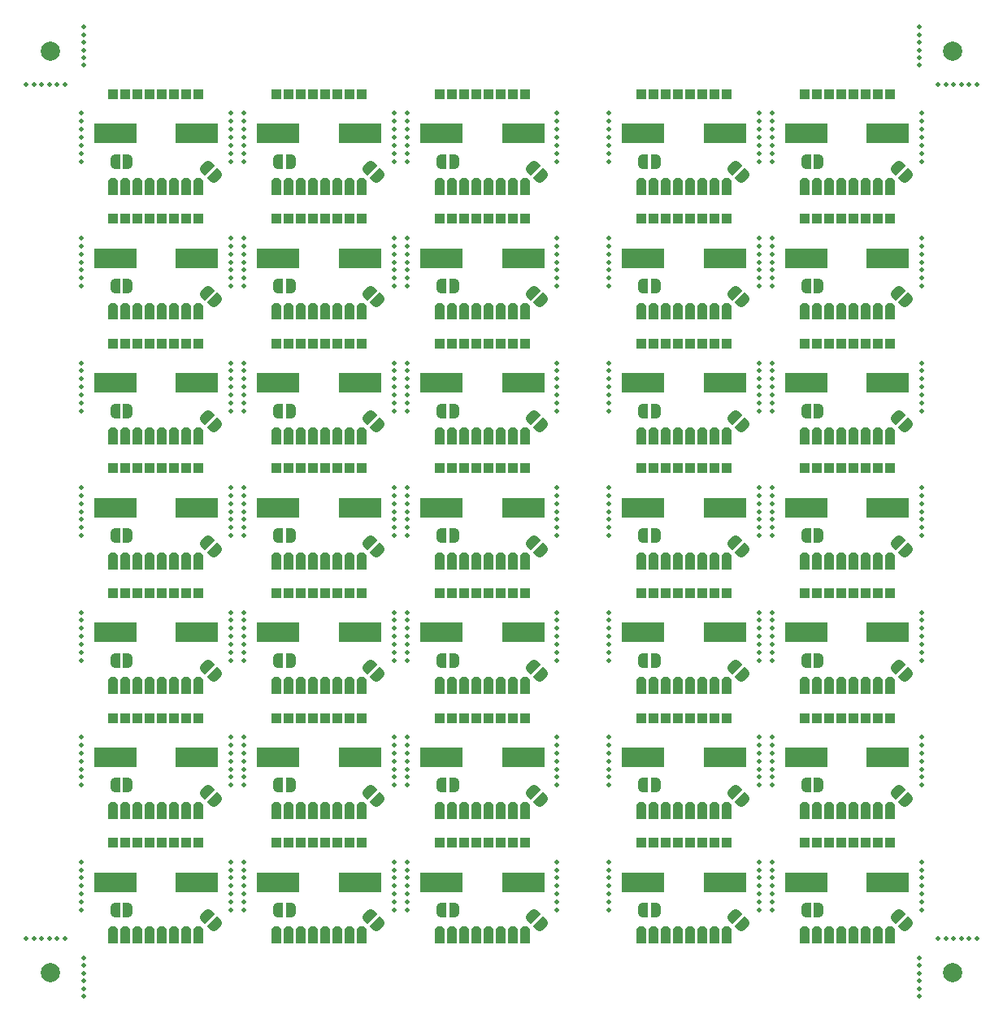
<source format=gbr>
%TF.GenerationSoftware,KiCad,Pcbnew,8.0.5-unknown-202409181836~355805756e~ubuntu22.04.1*%
%TF.CreationDate,2024-10-07T16:17:35+01:00*%
%TF.ProjectId,PANEL7x5_ADS1293,50414e45-4c37-4783-955f-414453313239,1.0*%
%TF.SameCoordinates,Original*%
%TF.FileFunction,Soldermask,Bot*%
%TF.FilePolarity,Negative*%
%FSLAX46Y46*%
G04 Gerber Fmt 4.6, Leading zero omitted, Abs format (unit mm)*
G04 Created by KiCad (PCBNEW 8.0.5-unknown-202409181836~355805756e~ubuntu22.04.1) date 2024-10-07 16:17:35*
%MOMM*%
%LPD*%
G01*
G04 APERTURE LIST*
G04 Aperture macros list*
%AMFreePoly0*
4,1,19,0.500000,-0.750000,0.000000,-0.750000,0.000000,-0.744911,-0.071157,-0.744911,-0.207708,-0.704816,-0.327430,-0.627875,-0.420627,-0.520320,-0.479746,-0.390866,-0.500000,-0.250000,-0.500000,0.250000,-0.479746,0.390866,-0.420627,0.520320,-0.327430,0.627875,-0.207708,0.704816,-0.071157,0.744911,0.000000,0.744911,0.000000,0.750000,0.500000,0.750000,0.500000,-0.750000,0.500000,-0.750000,
$1*%
%AMFreePoly1*
4,1,19,0.000000,0.744911,0.071157,0.744911,0.207708,0.704816,0.327430,0.627875,0.420627,0.520320,0.479746,0.390866,0.500000,0.250000,0.500000,-0.250000,0.479746,-0.390866,0.420627,-0.520320,0.327430,-0.627875,0.207708,-0.704816,0.071157,-0.744911,0.000000,-0.744911,0.000000,-0.750000,-0.500000,-0.750000,-0.500000,0.750000,0.000000,0.750000,0.000000,0.744911,0.000000,0.744911,
$1*%
G04 Aperture macros list end*
%ADD10C,0.000000*%
%ADD11C,0.500000*%
%ADD12R,1.000000X1.000000*%
%ADD13C,2.000000*%
%ADD14R,4.500000X2.000000*%
%ADD15FreePoly0,0.000000*%
%ADD16FreePoly1,0.000000*%
%ADD17FreePoly0,135.000000*%
%ADD18FreePoly1,135.000000*%
G04 APERTURE END LIST*
D10*
G36*
X29095000Y-42000000D02*
G01*
X29095000Y-42750000D01*
X28095000Y-42750000D01*
X28095000Y-42000000D01*
X28345000Y-41750000D01*
X28845000Y-41750000D01*
X29095000Y-42000000D01*
G37*
G36*
X32905000Y-16000000D02*
G01*
X32905000Y-16750000D01*
X31905000Y-16750000D01*
X31905000Y-16000000D01*
X32155000Y-15750000D01*
X32655000Y-15750000D01*
X32905000Y-16000000D01*
G37*
G36*
X29095000Y-55000000D02*
G01*
X29095000Y-55750000D01*
X28095000Y-55750000D01*
X28095000Y-55000000D01*
X28345000Y-54750000D01*
X28845000Y-54750000D01*
X29095000Y-55000000D01*
G37*
G36*
X85365000Y-81000000D02*
G01*
X85365000Y-81750000D01*
X84365000Y-81750000D01*
X84365000Y-81000000D01*
X84615000Y-80750000D01*
X85115000Y-80750000D01*
X85365000Y-81000000D01*
G37*
G36*
X51175000Y-81000000D02*
G01*
X51175000Y-81750000D01*
X50175000Y-81750000D01*
X50175000Y-81000000D01*
X50425000Y-80750000D01*
X50925000Y-80750000D01*
X51175000Y-81000000D01*
G37*
G36*
X47365000Y-42000000D02*
G01*
X47365000Y-42750000D01*
X46365000Y-42750000D01*
X46365000Y-42000000D01*
X46615000Y-41750000D01*
X47115000Y-41750000D01*
X47365000Y-42000000D01*
G37*
G36*
X15905000Y-42000000D02*
G01*
X15905000Y-42750000D01*
X14905000Y-42750000D01*
X14905000Y-42000000D01*
X15155000Y-41750000D01*
X15655000Y-41750000D01*
X15905000Y-42000000D01*
G37*
G36*
X49905000Y-29000000D02*
G01*
X49905000Y-29750000D01*
X48905000Y-29750000D01*
X48905000Y-29000000D01*
X49155000Y-28750000D01*
X49655000Y-28750000D01*
X49905000Y-29000000D01*
G37*
G36*
X14635000Y-42000000D02*
G01*
X14635000Y-42750000D01*
X13635000Y-42750000D01*
X13635000Y-42000000D01*
X13885000Y-41750000D01*
X14385000Y-41750000D01*
X14635000Y-42000000D01*
G37*
G36*
X86635000Y-42000000D02*
G01*
X86635000Y-42750000D01*
X85635000Y-42750000D01*
X85635000Y-42000000D01*
X85885000Y-41750000D01*
X86385000Y-41750000D01*
X86635000Y-42000000D01*
G37*
G36*
X51175000Y-16000000D02*
G01*
X51175000Y-16750000D01*
X50175000Y-16750000D01*
X50175000Y-16000000D01*
X50425000Y-15750000D01*
X50925000Y-15750000D01*
X51175000Y-16000000D01*
G37*
G36*
X82825000Y-94000000D02*
G01*
X82825000Y-94750000D01*
X81825000Y-94750000D01*
X81825000Y-94000000D01*
X82075000Y-93750000D01*
X82575000Y-93750000D01*
X82825000Y-94000000D01*
G37*
G36*
X81555000Y-94000000D02*
G01*
X81555000Y-94750000D01*
X80555000Y-94750000D01*
X80555000Y-94000000D01*
X80805000Y-93750000D01*
X81305000Y-93750000D01*
X81555000Y-94000000D01*
G37*
G36*
X46095000Y-94000000D02*
G01*
X46095000Y-94750000D01*
X45095000Y-94750000D01*
X45095000Y-94000000D01*
X45345000Y-93750000D01*
X45845000Y-93750000D01*
X46095000Y-94000000D01*
G37*
G36*
X70905000Y-94000000D02*
G01*
X70905000Y-94750000D01*
X69905000Y-94750000D01*
X69905000Y-94000000D01*
X70155000Y-93750000D01*
X70655000Y-93750000D01*
X70905000Y-94000000D01*
G37*
G36*
X12095000Y-42000000D02*
G01*
X12095000Y-42750000D01*
X11095000Y-42750000D01*
X11095000Y-42000000D01*
X11345000Y-41750000D01*
X11845000Y-41750000D01*
X12095000Y-42000000D01*
G37*
G36*
X27825000Y-16000000D02*
G01*
X27825000Y-16750000D01*
X26825000Y-16750000D01*
X26825000Y-16000000D01*
X27075000Y-15750000D01*
X27575000Y-15750000D01*
X27825000Y-16000000D01*
G37*
G36*
X52445000Y-55000000D02*
G01*
X52445000Y-55750000D01*
X51445000Y-55750000D01*
X51445000Y-55000000D01*
X51695000Y-54750000D01*
X52195000Y-54750000D01*
X52445000Y-55000000D01*
G37*
G36*
X14635000Y-16000000D02*
G01*
X14635000Y-16750000D01*
X13635000Y-16750000D01*
X13635000Y-16000000D01*
X13885000Y-15750000D01*
X14385000Y-15750000D01*
X14635000Y-16000000D01*
G37*
G36*
X90445000Y-16000000D02*
G01*
X90445000Y-16750000D01*
X89445000Y-16750000D01*
X89445000Y-16000000D01*
X89695000Y-15750000D01*
X90195000Y-15750000D01*
X90445000Y-16000000D01*
G37*
G36*
X81555000Y-42000000D02*
G01*
X81555000Y-42750000D01*
X80555000Y-42750000D01*
X80555000Y-42000000D01*
X80805000Y-41750000D01*
X81305000Y-41750000D01*
X81555000Y-42000000D01*
G37*
G36*
X26555000Y-42000000D02*
G01*
X26555000Y-42750000D01*
X25555000Y-42750000D01*
X25555000Y-42000000D01*
X25805000Y-41750000D01*
X26305000Y-41750000D01*
X26555000Y-42000000D01*
G37*
G36*
X48635000Y-55000000D02*
G01*
X48635000Y-55750000D01*
X47635000Y-55750000D01*
X47635000Y-55000000D01*
X47885000Y-54750000D01*
X48385000Y-54750000D01*
X48635000Y-55000000D01*
G37*
G36*
X84095000Y-55000000D02*
G01*
X84095000Y-55750000D01*
X83095000Y-55750000D01*
X83095000Y-55000000D01*
X83345000Y-54750000D01*
X83845000Y-54750000D01*
X84095000Y-55000000D01*
G37*
G36*
X34175000Y-42000000D02*
G01*
X34175000Y-42750000D01*
X33175000Y-42750000D01*
X33175000Y-42000000D01*
X33425000Y-41750000D01*
X33925000Y-41750000D01*
X34175000Y-42000000D01*
G37*
G36*
X65825000Y-81000000D02*
G01*
X65825000Y-81750000D01*
X64825000Y-81750000D01*
X64825000Y-81000000D01*
X65075000Y-80750000D01*
X65575000Y-80750000D01*
X65825000Y-81000000D01*
G37*
G36*
X32905000Y-81000000D02*
G01*
X32905000Y-81750000D01*
X31905000Y-81750000D01*
X31905000Y-81000000D01*
X32155000Y-80750000D01*
X32655000Y-80750000D01*
X32905000Y-81000000D01*
G37*
G36*
X12095000Y-94000000D02*
G01*
X12095000Y-94750000D01*
X11095000Y-94750000D01*
X11095000Y-94000000D01*
X11345000Y-93750000D01*
X11845000Y-93750000D01*
X12095000Y-94000000D01*
G37*
G36*
X89175000Y-42000000D02*
G01*
X89175000Y-42750000D01*
X88175000Y-42750000D01*
X88175000Y-42000000D01*
X88425000Y-41750000D01*
X88925000Y-41750000D01*
X89175000Y-42000000D01*
G37*
G36*
X13365000Y-81000000D02*
G01*
X13365000Y-81750000D01*
X12365000Y-81750000D01*
X12365000Y-81000000D01*
X12615000Y-80750000D01*
X13115000Y-80750000D01*
X13365000Y-81000000D01*
G37*
G36*
X47365000Y-94000000D02*
G01*
X47365000Y-94750000D01*
X46365000Y-94750000D01*
X46365000Y-94000000D01*
X46615000Y-93750000D01*
X47115000Y-93750000D01*
X47365000Y-94000000D01*
G37*
G36*
X82825000Y-29000000D02*
G01*
X82825000Y-29750000D01*
X81825000Y-29750000D01*
X81825000Y-29000000D01*
X82075000Y-28750000D01*
X82575000Y-28750000D01*
X82825000Y-29000000D01*
G37*
G36*
X26555000Y-55000000D02*
G01*
X26555000Y-55750000D01*
X25555000Y-55750000D01*
X25555000Y-55000000D01*
X25805000Y-54750000D01*
X26305000Y-54750000D01*
X26555000Y-55000000D01*
G37*
G36*
X69635000Y-16000000D02*
G01*
X69635000Y-16750000D01*
X68635000Y-16750000D01*
X68635000Y-16000000D01*
X68885000Y-15750000D01*
X69385000Y-15750000D01*
X69635000Y-16000000D01*
G37*
G36*
X17175000Y-55000000D02*
G01*
X17175000Y-55750000D01*
X16175000Y-55750000D01*
X16175000Y-55000000D01*
X16425000Y-54750000D01*
X16925000Y-54750000D01*
X17175000Y-55000000D01*
G37*
G36*
X44825000Y-94000000D02*
G01*
X44825000Y-94750000D01*
X43825000Y-94750000D01*
X43825000Y-94000000D01*
X44075000Y-93750000D01*
X44575000Y-93750000D01*
X44825000Y-94000000D01*
G37*
G36*
X84095000Y-94000000D02*
G01*
X84095000Y-94750000D01*
X83095000Y-94750000D01*
X83095000Y-94000000D01*
X83345000Y-93750000D01*
X83845000Y-93750000D01*
X84095000Y-94000000D01*
G37*
G36*
X35445000Y-29000000D02*
G01*
X35445000Y-29750000D01*
X34445000Y-29750000D01*
X34445000Y-29000000D01*
X34695000Y-28750000D01*
X35195000Y-28750000D01*
X35445000Y-29000000D01*
G37*
G36*
X69635000Y-81000000D02*
G01*
X69635000Y-81750000D01*
X68635000Y-81750000D01*
X68635000Y-81000000D01*
X68885000Y-80750000D01*
X69385000Y-80750000D01*
X69635000Y-81000000D01*
G37*
G36*
X35445000Y-55000000D02*
G01*
X35445000Y-55750000D01*
X34445000Y-55750000D01*
X34445000Y-55000000D01*
X34695000Y-54750000D01*
X35195000Y-54750000D01*
X35445000Y-55000000D01*
G37*
G36*
X69635000Y-68000000D02*
G01*
X69635000Y-68750000D01*
X68635000Y-68750000D01*
X68635000Y-68000000D01*
X68885000Y-67750000D01*
X69385000Y-67750000D01*
X69635000Y-68000000D01*
G37*
G36*
X82825000Y-55000000D02*
G01*
X82825000Y-55750000D01*
X81825000Y-55750000D01*
X81825000Y-55000000D01*
X82075000Y-54750000D01*
X82575000Y-54750000D01*
X82825000Y-55000000D01*
G37*
G36*
X82825000Y-81000000D02*
G01*
X82825000Y-81750000D01*
X81825000Y-81750000D01*
X81825000Y-81000000D01*
X82075000Y-80750000D01*
X82575000Y-80750000D01*
X82825000Y-81000000D01*
G37*
G36*
X26555000Y-94000000D02*
G01*
X26555000Y-94750000D01*
X25555000Y-94750000D01*
X25555000Y-94000000D01*
X25805000Y-93750000D01*
X26305000Y-93750000D01*
X26555000Y-94000000D01*
G37*
G36*
X85365000Y-16000000D02*
G01*
X85365000Y-16750000D01*
X84365000Y-16750000D01*
X84365000Y-16000000D01*
X84615000Y-15750000D01*
X85115000Y-15750000D01*
X85365000Y-16000000D01*
G37*
G36*
X35445000Y-16000000D02*
G01*
X35445000Y-16750000D01*
X34445000Y-16750000D01*
X34445000Y-16000000D01*
X34695000Y-15750000D01*
X35195000Y-15750000D01*
X35445000Y-16000000D01*
G37*
G36*
X65825000Y-42000000D02*
G01*
X65825000Y-42750000D01*
X64825000Y-42750000D01*
X64825000Y-42000000D01*
X65075000Y-41750000D01*
X65575000Y-41750000D01*
X65825000Y-42000000D01*
G37*
G36*
X70905000Y-68000000D02*
G01*
X70905000Y-68750000D01*
X69905000Y-68750000D01*
X69905000Y-68000000D01*
X70155000Y-67750000D01*
X70655000Y-67750000D01*
X70905000Y-68000000D01*
G37*
G36*
X10825000Y-68000000D02*
G01*
X10825000Y-68750000D01*
X9825000Y-68750000D01*
X9825000Y-68000000D01*
X10075000Y-67750000D01*
X10575000Y-67750000D01*
X10825000Y-68000000D01*
G37*
G36*
X67095000Y-94000000D02*
G01*
X67095000Y-94750000D01*
X66095000Y-94750000D01*
X66095000Y-94000000D01*
X66345000Y-93750000D01*
X66845000Y-93750000D01*
X67095000Y-94000000D01*
G37*
G36*
X89175000Y-16000000D02*
G01*
X89175000Y-16750000D01*
X88175000Y-16750000D01*
X88175000Y-16000000D01*
X88425000Y-15750000D01*
X88925000Y-15750000D01*
X89175000Y-16000000D01*
G37*
G36*
X9555000Y-29000000D02*
G01*
X9555000Y-29750000D01*
X8555000Y-29750000D01*
X8555000Y-29000000D01*
X8805000Y-28750000D01*
X9305000Y-28750000D01*
X9555000Y-29000000D01*
G37*
G36*
X84095000Y-81000000D02*
G01*
X84095000Y-81750000D01*
X83095000Y-81750000D01*
X83095000Y-81000000D01*
X83345000Y-80750000D01*
X83845000Y-80750000D01*
X84095000Y-81000000D01*
G37*
G36*
X31635000Y-94000000D02*
G01*
X31635000Y-94750000D01*
X30635000Y-94750000D01*
X30635000Y-94000000D01*
X30885000Y-93750000D01*
X31385000Y-93750000D01*
X31635000Y-94000000D01*
G37*
G36*
X52445000Y-68000000D02*
G01*
X52445000Y-68750000D01*
X51445000Y-68750000D01*
X51445000Y-68000000D01*
X51695000Y-67750000D01*
X52195000Y-67750000D01*
X52445000Y-68000000D01*
G37*
G36*
X72175000Y-81000000D02*
G01*
X72175000Y-81750000D01*
X71175000Y-81750000D01*
X71175000Y-81000000D01*
X71425000Y-80750000D01*
X71925000Y-80750000D01*
X72175000Y-81000000D01*
G37*
G36*
X27825000Y-55000000D02*
G01*
X27825000Y-55750000D01*
X26825000Y-55750000D01*
X26825000Y-55000000D01*
X27075000Y-54750000D01*
X27575000Y-54750000D01*
X27825000Y-55000000D01*
G37*
G36*
X10825000Y-29000000D02*
G01*
X10825000Y-29750000D01*
X9825000Y-29750000D01*
X9825000Y-29000000D01*
X10075000Y-28750000D01*
X10575000Y-28750000D01*
X10825000Y-29000000D01*
G37*
G36*
X64555000Y-55000000D02*
G01*
X64555000Y-55750000D01*
X63555000Y-55750000D01*
X63555000Y-55000000D01*
X63805000Y-54750000D01*
X64305000Y-54750000D01*
X64555000Y-55000000D01*
G37*
G36*
X86635000Y-68000000D02*
G01*
X86635000Y-68750000D01*
X85635000Y-68750000D01*
X85635000Y-68000000D01*
X85885000Y-67750000D01*
X86385000Y-67750000D01*
X86635000Y-68000000D01*
G37*
G36*
X34175000Y-55000000D02*
G01*
X34175000Y-55750000D01*
X33175000Y-55750000D01*
X33175000Y-55000000D01*
X33425000Y-54750000D01*
X33925000Y-54750000D01*
X34175000Y-55000000D01*
G37*
G36*
X72175000Y-29000000D02*
G01*
X72175000Y-29750000D01*
X71175000Y-29750000D01*
X71175000Y-29000000D01*
X71425000Y-28750000D01*
X71925000Y-28750000D01*
X72175000Y-29000000D01*
G37*
G36*
X12095000Y-29000000D02*
G01*
X12095000Y-29750000D01*
X11095000Y-29750000D01*
X11095000Y-29000000D01*
X11345000Y-28750000D01*
X11845000Y-28750000D01*
X12095000Y-29000000D01*
G37*
G36*
X44825000Y-16000000D02*
G01*
X44825000Y-16750000D01*
X43825000Y-16750000D01*
X43825000Y-16000000D01*
X44075000Y-15750000D01*
X44575000Y-15750000D01*
X44825000Y-16000000D01*
G37*
G36*
X27825000Y-29000000D02*
G01*
X27825000Y-29750000D01*
X26825000Y-29750000D01*
X26825000Y-29000000D01*
X27075000Y-28750000D01*
X27575000Y-28750000D01*
X27825000Y-29000000D01*
G37*
G36*
X30365000Y-29000000D02*
G01*
X30365000Y-29750000D01*
X29365000Y-29750000D01*
X29365000Y-29000000D01*
X29615000Y-28750000D01*
X30115000Y-28750000D01*
X30365000Y-29000000D01*
G37*
G36*
X81555000Y-68000000D02*
G01*
X81555000Y-68750000D01*
X80555000Y-68750000D01*
X80555000Y-68000000D01*
X80805000Y-67750000D01*
X81305000Y-67750000D01*
X81555000Y-68000000D01*
G37*
G36*
X10825000Y-42000000D02*
G01*
X10825000Y-42750000D01*
X9825000Y-42750000D01*
X9825000Y-42000000D01*
X10075000Y-41750000D01*
X10575000Y-41750000D01*
X10825000Y-42000000D01*
G37*
G36*
X67095000Y-16000000D02*
G01*
X67095000Y-16750000D01*
X66095000Y-16750000D01*
X66095000Y-16000000D01*
X66345000Y-15750000D01*
X66845000Y-15750000D01*
X67095000Y-16000000D01*
G37*
G36*
X48635000Y-68000000D02*
G01*
X48635000Y-68750000D01*
X47635000Y-68750000D01*
X47635000Y-68000000D01*
X47885000Y-67750000D01*
X48385000Y-67750000D01*
X48635000Y-68000000D01*
G37*
G36*
X51175000Y-29000000D02*
G01*
X51175000Y-29750000D01*
X50175000Y-29750000D01*
X50175000Y-29000000D01*
X50425000Y-28750000D01*
X50925000Y-28750000D01*
X51175000Y-29000000D01*
G37*
G36*
X64555000Y-68000000D02*
G01*
X64555000Y-68750000D01*
X63555000Y-68750000D01*
X63555000Y-68000000D01*
X63805000Y-67750000D01*
X64305000Y-67750000D01*
X64555000Y-68000000D01*
G37*
G36*
X48635000Y-94000000D02*
G01*
X48635000Y-94750000D01*
X47635000Y-94750000D01*
X47635000Y-94000000D01*
X47885000Y-93750000D01*
X48385000Y-93750000D01*
X48635000Y-94000000D01*
G37*
G36*
X89175000Y-29000000D02*
G01*
X89175000Y-29750000D01*
X88175000Y-29750000D01*
X88175000Y-29000000D01*
X88425000Y-28750000D01*
X88925000Y-28750000D01*
X89175000Y-29000000D01*
G37*
G36*
X52445000Y-94000000D02*
G01*
X52445000Y-94750000D01*
X51445000Y-94750000D01*
X51445000Y-94000000D01*
X51695000Y-93750000D01*
X52195000Y-93750000D01*
X52445000Y-94000000D01*
G37*
G36*
X48635000Y-42000000D02*
G01*
X48635000Y-42750000D01*
X47635000Y-42750000D01*
X47635000Y-42000000D01*
X47885000Y-41750000D01*
X48385000Y-41750000D01*
X48635000Y-42000000D01*
G37*
G36*
X52445000Y-29000000D02*
G01*
X52445000Y-29750000D01*
X51445000Y-29750000D01*
X51445000Y-29000000D01*
X51695000Y-28750000D01*
X52195000Y-28750000D01*
X52445000Y-29000000D01*
G37*
G36*
X69635000Y-94000000D02*
G01*
X69635000Y-94750000D01*
X68635000Y-94750000D01*
X68635000Y-94000000D01*
X68885000Y-93750000D01*
X69385000Y-93750000D01*
X69635000Y-94000000D01*
G37*
G36*
X87905000Y-29000000D02*
G01*
X87905000Y-29750000D01*
X86905000Y-29750000D01*
X86905000Y-29000000D01*
X87155000Y-28750000D01*
X87655000Y-28750000D01*
X87905000Y-29000000D01*
G37*
G36*
X9555000Y-68000000D02*
G01*
X9555000Y-68750000D01*
X8555000Y-68750000D01*
X8555000Y-68000000D01*
X8805000Y-67750000D01*
X9305000Y-67750000D01*
X9555000Y-68000000D01*
G37*
G36*
X65825000Y-16000000D02*
G01*
X65825000Y-16750000D01*
X64825000Y-16750000D01*
X64825000Y-16000000D01*
X65075000Y-15750000D01*
X65575000Y-15750000D01*
X65825000Y-16000000D01*
G37*
G36*
X85365000Y-68000000D02*
G01*
X85365000Y-68750000D01*
X84365000Y-68750000D01*
X84365000Y-68000000D01*
X84615000Y-67750000D01*
X85115000Y-67750000D01*
X85365000Y-68000000D01*
G37*
G36*
X86635000Y-55000000D02*
G01*
X86635000Y-55750000D01*
X85635000Y-55750000D01*
X85635000Y-55000000D01*
X85885000Y-54750000D01*
X86385000Y-54750000D01*
X86635000Y-55000000D01*
G37*
G36*
X9555000Y-81000000D02*
G01*
X9555000Y-81750000D01*
X8555000Y-81750000D01*
X8555000Y-81000000D01*
X8805000Y-80750000D01*
X9305000Y-80750000D01*
X9555000Y-81000000D01*
G37*
G36*
X15905000Y-16000000D02*
G01*
X15905000Y-16750000D01*
X14905000Y-16750000D01*
X14905000Y-16000000D01*
X15155000Y-15750000D01*
X15655000Y-15750000D01*
X15905000Y-16000000D01*
G37*
G36*
X43555000Y-94000000D02*
G01*
X43555000Y-94750000D01*
X42555000Y-94750000D01*
X42555000Y-94000000D01*
X42805000Y-93750000D01*
X43305000Y-93750000D01*
X43555000Y-94000000D01*
G37*
G36*
X10825000Y-16000000D02*
G01*
X10825000Y-16750000D01*
X9825000Y-16750000D01*
X9825000Y-16000000D01*
X10075000Y-15750000D01*
X10575000Y-15750000D01*
X10825000Y-16000000D01*
G37*
G36*
X81555000Y-81000000D02*
G01*
X81555000Y-81750000D01*
X80555000Y-81750000D01*
X80555000Y-81000000D01*
X80805000Y-80750000D01*
X81305000Y-80750000D01*
X81555000Y-81000000D01*
G37*
G36*
X69635000Y-42000000D02*
G01*
X69635000Y-42750000D01*
X68635000Y-42750000D01*
X68635000Y-42000000D01*
X68885000Y-41750000D01*
X69385000Y-41750000D01*
X69635000Y-42000000D01*
G37*
G36*
X15905000Y-29000000D02*
G01*
X15905000Y-29750000D01*
X14905000Y-29750000D01*
X14905000Y-29000000D01*
X15155000Y-28750000D01*
X15655000Y-28750000D01*
X15905000Y-29000000D01*
G37*
G36*
X46095000Y-55000000D02*
G01*
X46095000Y-55750000D01*
X45095000Y-55750000D01*
X45095000Y-55000000D01*
X45345000Y-54750000D01*
X45845000Y-54750000D01*
X46095000Y-55000000D01*
G37*
G36*
X18445000Y-81000000D02*
G01*
X18445000Y-81750000D01*
X17445000Y-81750000D01*
X17445000Y-81000000D01*
X17695000Y-80750000D01*
X18195000Y-80750000D01*
X18445000Y-81000000D01*
G37*
G36*
X17175000Y-94000000D02*
G01*
X17175000Y-94750000D01*
X16175000Y-94750000D01*
X16175000Y-94000000D01*
X16425000Y-93750000D01*
X16925000Y-93750000D01*
X17175000Y-94000000D01*
G37*
G36*
X68365000Y-29000000D02*
G01*
X68365000Y-29750000D01*
X67365000Y-29750000D01*
X67365000Y-29000000D01*
X67615000Y-28750000D01*
X68115000Y-28750000D01*
X68365000Y-29000000D01*
G37*
G36*
X44825000Y-29000000D02*
G01*
X44825000Y-29750000D01*
X43825000Y-29750000D01*
X43825000Y-29000000D01*
X44075000Y-28750000D01*
X44575000Y-28750000D01*
X44825000Y-29000000D01*
G37*
G36*
X13365000Y-68000000D02*
G01*
X13365000Y-68750000D01*
X12365000Y-68750000D01*
X12365000Y-68000000D01*
X12615000Y-67750000D01*
X13115000Y-67750000D01*
X13365000Y-68000000D01*
G37*
G36*
X72175000Y-16000000D02*
G01*
X72175000Y-16750000D01*
X71175000Y-16750000D01*
X71175000Y-16000000D01*
X71425000Y-15750000D01*
X71925000Y-15750000D01*
X72175000Y-16000000D01*
G37*
G36*
X32905000Y-68000000D02*
G01*
X32905000Y-68750000D01*
X31905000Y-68750000D01*
X31905000Y-68000000D01*
X32155000Y-67750000D01*
X32655000Y-67750000D01*
X32905000Y-68000000D01*
G37*
G36*
X51175000Y-94000000D02*
G01*
X51175000Y-94750000D01*
X50175000Y-94750000D01*
X50175000Y-94000000D01*
X50425000Y-93750000D01*
X50925000Y-93750000D01*
X51175000Y-94000000D01*
G37*
G36*
X15905000Y-81000000D02*
G01*
X15905000Y-81750000D01*
X14905000Y-81750000D01*
X14905000Y-81000000D01*
X15155000Y-80750000D01*
X15655000Y-80750000D01*
X15905000Y-81000000D01*
G37*
G36*
X27825000Y-42000000D02*
G01*
X27825000Y-42750000D01*
X26825000Y-42750000D01*
X26825000Y-42000000D01*
X27075000Y-41750000D01*
X27575000Y-41750000D01*
X27825000Y-42000000D01*
G37*
G36*
X87905000Y-94000000D02*
G01*
X87905000Y-94750000D01*
X86905000Y-94750000D01*
X86905000Y-94000000D01*
X87155000Y-93750000D01*
X87655000Y-93750000D01*
X87905000Y-94000000D01*
G37*
G36*
X46095000Y-42000000D02*
G01*
X46095000Y-42750000D01*
X45095000Y-42750000D01*
X45095000Y-42000000D01*
X45345000Y-41750000D01*
X45845000Y-41750000D01*
X46095000Y-42000000D01*
G37*
G36*
X44825000Y-81000000D02*
G01*
X44825000Y-81750000D01*
X43825000Y-81750000D01*
X43825000Y-81000000D01*
X44075000Y-80750000D01*
X44575000Y-80750000D01*
X44825000Y-81000000D01*
G37*
G36*
X64555000Y-94000000D02*
G01*
X64555000Y-94750000D01*
X63555000Y-94750000D01*
X63555000Y-94000000D01*
X63805000Y-93750000D01*
X64305000Y-93750000D01*
X64555000Y-94000000D01*
G37*
G36*
X72175000Y-94000000D02*
G01*
X72175000Y-94750000D01*
X71175000Y-94750000D01*
X71175000Y-94000000D01*
X71425000Y-93750000D01*
X71925000Y-93750000D01*
X72175000Y-94000000D01*
G37*
G36*
X46095000Y-81000000D02*
G01*
X46095000Y-81750000D01*
X45095000Y-81750000D01*
X45095000Y-81000000D01*
X45345000Y-80750000D01*
X45845000Y-80750000D01*
X46095000Y-81000000D01*
G37*
G36*
X32905000Y-55000000D02*
G01*
X32905000Y-55750000D01*
X31905000Y-55750000D01*
X31905000Y-55000000D01*
X32155000Y-54750000D01*
X32655000Y-54750000D01*
X32905000Y-55000000D01*
G37*
G36*
X17175000Y-42000000D02*
G01*
X17175000Y-42750000D01*
X16175000Y-42750000D01*
X16175000Y-42000000D01*
X16425000Y-41750000D01*
X16925000Y-41750000D01*
X17175000Y-42000000D01*
G37*
G36*
X13365000Y-16000000D02*
G01*
X13365000Y-16750000D01*
X12365000Y-16750000D01*
X12365000Y-16000000D01*
X12615000Y-15750000D01*
X13115000Y-15750000D01*
X13365000Y-16000000D01*
G37*
G36*
X18445000Y-29000000D02*
G01*
X18445000Y-29750000D01*
X17445000Y-29750000D01*
X17445000Y-29000000D01*
X17695000Y-28750000D01*
X18195000Y-28750000D01*
X18445000Y-29000000D01*
G37*
G36*
X13365000Y-29000000D02*
G01*
X13365000Y-29750000D01*
X12365000Y-29750000D01*
X12365000Y-29000000D01*
X12615000Y-28750000D01*
X13115000Y-28750000D01*
X13365000Y-29000000D01*
G37*
G36*
X73445000Y-81000000D02*
G01*
X73445000Y-81750000D01*
X72445000Y-81750000D01*
X72445000Y-81000000D01*
X72695000Y-80750000D01*
X73195000Y-80750000D01*
X73445000Y-81000000D01*
G37*
G36*
X87905000Y-68000000D02*
G01*
X87905000Y-68750000D01*
X86905000Y-68750000D01*
X86905000Y-68000000D01*
X87155000Y-67750000D01*
X87655000Y-67750000D01*
X87905000Y-68000000D01*
G37*
G36*
X31635000Y-29000000D02*
G01*
X31635000Y-29750000D01*
X30635000Y-29750000D01*
X30635000Y-29000000D01*
X30885000Y-28750000D01*
X31385000Y-28750000D01*
X31635000Y-29000000D01*
G37*
G36*
X31635000Y-81000000D02*
G01*
X31635000Y-81750000D01*
X30635000Y-81750000D01*
X30635000Y-81000000D01*
X30885000Y-80750000D01*
X31385000Y-80750000D01*
X31635000Y-81000000D01*
G37*
G36*
X49905000Y-81000000D02*
G01*
X49905000Y-81750000D01*
X48905000Y-81750000D01*
X48905000Y-81000000D01*
X49155000Y-80750000D01*
X49655000Y-80750000D01*
X49905000Y-81000000D01*
G37*
G36*
X14635000Y-55000000D02*
G01*
X14635000Y-55750000D01*
X13635000Y-55750000D01*
X13635000Y-55000000D01*
X13885000Y-54750000D01*
X14385000Y-54750000D01*
X14635000Y-55000000D01*
G37*
G36*
X90445000Y-55000000D02*
G01*
X90445000Y-55750000D01*
X89445000Y-55750000D01*
X89445000Y-55000000D01*
X89695000Y-54750000D01*
X90195000Y-54750000D01*
X90445000Y-55000000D01*
G37*
G36*
X52445000Y-16000000D02*
G01*
X52445000Y-16750000D01*
X51445000Y-16750000D01*
X51445000Y-16000000D01*
X51695000Y-15750000D01*
X52195000Y-15750000D01*
X52445000Y-16000000D01*
G37*
G36*
X15905000Y-55000000D02*
G01*
X15905000Y-55750000D01*
X14905000Y-55750000D01*
X14905000Y-55000000D01*
X15155000Y-54750000D01*
X15655000Y-54750000D01*
X15905000Y-55000000D01*
G37*
G36*
X89175000Y-68000000D02*
G01*
X89175000Y-68750000D01*
X88175000Y-68750000D01*
X88175000Y-68000000D01*
X88425000Y-67750000D01*
X88925000Y-67750000D01*
X89175000Y-68000000D01*
G37*
G36*
X49905000Y-16000000D02*
G01*
X49905000Y-16750000D01*
X48905000Y-16750000D01*
X48905000Y-16000000D01*
X49155000Y-15750000D01*
X49655000Y-15750000D01*
X49905000Y-16000000D01*
G37*
G36*
X47365000Y-68000000D02*
G01*
X47365000Y-68750000D01*
X46365000Y-68750000D01*
X46365000Y-68000000D01*
X46615000Y-67750000D01*
X47115000Y-67750000D01*
X47365000Y-68000000D01*
G37*
G36*
X12095000Y-55000000D02*
G01*
X12095000Y-55750000D01*
X11095000Y-55750000D01*
X11095000Y-55000000D01*
X11345000Y-54750000D01*
X11845000Y-54750000D01*
X12095000Y-55000000D01*
G37*
G36*
X30365000Y-55000000D02*
G01*
X30365000Y-55750000D01*
X29365000Y-55750000D01*
X29365000Y-55000000D01*
X29615000Y-54750000D01*
X30115000Y-54750000D01*
X30365000Y-55000000D01*
G37*
G36*
X89175000Y-94000000D02*
G01*
X89175000Y-94750000D01*
X88175000Y-94750000D01*
X88175000Y-94000000D01*
X88425000Y-93750000D01*
X88925000Y-93750000D01*
X89175000Y-94000000D01*
G37*
G36*
X84095000Y-42000000D02*
G01*
X84095000Y-42750000D01*
X83095000Y-42750000D01*
X83095000Y-42000000D01*
X83345000Y-41750000D01*
X83845000Y-41750000D01*
X84095000Y-42000000D01*
G37*
G36*
X43555000Y-81000000D02*
G01*
X43555000Y-81750000D01*
X42555000Y-81750000D01*
X42555000Y-81000000D01*
X42805000Y-80750000D01*
X43305000Y-80750000D01*
X43555000Y-81000000D01*
G37*
G36*
X34175000Y-29000000D02*
G01*
X34175000Y-29750000D01*
X33175000Y-29750000D01*
X33175000Y-29000000D01*
X33425000Y-28750000D01*
X33925000Y-28750000D01*
X34175000Y-29000000D01*
G37*
G36*
X51175000Y-42000000D02*
G01*
X51175000Y-42750000D01*
X50175000Y-42750000D01*
X50175000Y-42000000D01*
X50425000Y-41750000D01*
X50925000Y-41750000D01*
X51175000Y-42000000D01*
G37*
G36*
X69635000Y-55000000D02*
G01*
X69635000Y-55750000D01*
X68635000Y-55750000D01*
X68635000Y-55000000D01*
X68885000Y-54750000D01*
X69385000Y-54750000D01*
X69635000Y-55000000D01*
G37*
G36*
X30365000Y-94000000D02*
G01*
X30365000Y-94750000D01*
X29365000Y-94750000D01*
X29365000Y-94000000D01*
X29615000Y-93750000D01*
X30115000Y-93750000D01*
X30365000Y-94000000D01*
G37*
G36*
X86635000Y-81000000D02*
G01*
X86635000Y-81750000D01*
X85635000Y-81750000D01*
X85635000Y-81000000D01*
X85885000Y-80750000D01*
X86385000Y-80750000D01*
X86635000Y-81000000D01*
G37*
G36*
X31635000Y-68000000D02*
G01*
X31635000Y-68750000D01*
X30635000Y-68750000D01*
X30635000Y-68000000D01*
X30885000Y-67750000D01*
X31385000Y-67750000D01*
X31635000Y-68000000D01*
G37*
G36*
X85365000Y-94000000D02*
G01*
X85365000Y-94750000D01*
X84365000Y-94750000D01*
X84365000Y-94000000D01*
X84615000Y-93750000D01*
X85115000Y-93750000D01*
X85365000Y-94000000D01*
G37*
G36*
X84095000Y-68000000D02*
G01*
X84095000Y-68750000D01*
X83095000Y-68750000D01*
X83095000Y-68000000D01*
X83345000Y-67750000D01*
X83845000Y-67750000D01*
X84095000Y-68000000D01*
G37*
G36*
X70905000Y-16000000D02*
G01*
X70905000Y-16750000D01*
X69905000Y-16750000D01*
X69905000Y-16000000D01*
X70155000Y-15750000D01*
X70655000Y-15750000D01*
X70905000Y-16000000D01*
G37*
G36*
X90445000Y-94000000D02*
G01*
X90445000Y-94750000D01*
X89445000Y-94750000D01*
X89445000Y-94000000D01*
X89695000Y-93750000D01*
X90195000Y-93750000D01*
X90445000Y-94000000D01*
G37*
G36*
X17175000Y-16000000D02*
G01*
X17175000Y-16750000D01*
X16175000Y-16750000D01*
X16175000Y-16000000D01*
X16425000Y-15750000D01*
X16925000Y-15750000D01*
X17175000Y-16000000D01*
G37*
G36*
X9555000Y-16000000D02*
G01*
X9555000Y-16750000D01*
X8555000Y-16750000D01*
X8555000Y-16000000D01*
X8805000Y-15750000D01*
X9305000Y-15750000D01*
X9555000Y-16000000D01*
G37*
G36*
X26555000Y-29000000D02*
G01*
X26555000Y-29750000D01*
X25555000Y-29750000D01*
X25555000Y-29000000D01*
X25805000Y-28750000D01*
X26305000Y-28750000D01*
X26555000Y-29000000D01*
G37*
G36*
X81555000Y-55000000D02*
G01*
X81555000Y-55750000D01*
X80555000Y-55750000D01*
X80555000Y-55000000D01*
X80805000Y-54750000D01*
X81305000Y-54750000D01*
X81555000Y-55000000D01*
G37*
G36*
X14635000Y-94000000D02*
G01*
X14635000Y-94750000D01*
X13635000Y-94750000D01*
X13635000Y-94000000D01*
X13885000Y-93750000D01*
X14385000Y-93750000D01*
X14635000Y-94000000D01*
G37*
G36*
X32905000Y-29000000D02*
G01*
X32905000Y-29750000D01*
X31905000Y-29750000D01*
X31905000Y-29000000D01*
X32155000Y-28750000D01*
X32655000Y-28750000D01*
X32905000Y-29000000D01*
G37*
G36*
X35445000Y-81000000D02*
G01*
X35445000Y-81750000D01*
X34445000Y-81750000D01*
X34445000Y-81000000D01*
X34695000Y-80750000D01*
X35195000Y-80750000D01*
X35445000Y-81000000D01*
G37*
G36*
X70905000Y-81000000D02*
G01*
X70905000Y-81750000D01*
X69905000Y-81750000D01*
X69905000Y-81000000D01*
X70155000Y-80750000D01*
X70655000Y-80750000D01*
X70905000Y-81000000D01*
G37*
G36*
X65825000Y-55000000D02*
G01*
X65825000Y-55750000D01*
X64825000Y-55750000D01*
X64825000Y-55000000D01*
X65075000Y-54750000D01*
X65575000Y-54750000D01*
X65825000Y-55000000D01*
G37*
G36*
X73445000Y-42000000D02*
G01*
X73445000Y-42750000D01*
X72445000Y-42750000D01*
X72445000Y-42000000D01*
X72695000Y-41750000D01*
X73195000Y-41750000D01*
X73445000Y-42000000D01*
G37*
G36*
X34175000Y-68000000D02*
G01*
X34175000Y-68750000D01*
X33175000Y-68750000D01*
X33175000Y-68000000D01*
X33425000Y-67750000D01*
X33925000Y-67750000D01*
X34175000Y-68000000D01*
G37*
G36*
X10825000Y-55000000D02*
G01*
X10825000Y-55750000D01*
X9825000Y-55750000D01*
X9825000Y-55000000D01*
X10075000Y-54750000D01*
X10575000Y-54750000D01*
X10825000Y-55000000D01*
G37*
G36*
X90445000Y-42000000D02*
G01*
X90445000Y-42750000D01*
X89445000Y-42750000D01*
X89445000Y-42000000D01*
X89695000Y-41750000D01*
X90195000Y-41750000D01*
X90445000Y-42000000D01*
G37*
G36*
X87905000Y-81000000D02*
G01*
X87905000Y-81750000D01*
X86905000Y-81750000D01*
X86905000Y-81000000D01*
X87155000Y-80750000D01*
X87655000Y-80750000D01*
X87905000Y-81000000D01*
G37*
G36*
X89175000Y-81000000D02*
G01*
X89175000Y-81750000D01*
X88175000Y-81750000D01*
X88175000Y-81000000D01*
X88425000Y-80750000D01*
X88925000Y-80750000D01*
X89175000Y-81000000D01*
G37*
G36*
X47365000Y-81000000D02*
G01*
X47365000Y-81750000D01*
X46365000Y-81750000D01*
X46365000Y-81000000D01*
X46615000Y-80750000D01*
X47115000Y-80750000D01*
X47365000Y-81000000D01*
G37*
G36*
X31635000Y-42000000D02*
G01*
X31635000Y-42750000D01*
X30635000Y-42750000D01*
X30635000Y-42000000D01*
X30885000Y-41750000D01*
X31385000Y-41750000D01*
X31635000Y-42000000D01*
G37*
G36*
X84095000Y-16000000D02*
G01*
X84095000Y-16750000D01*
X83095000Y-16750000D01*
X83095000Y-16000000D01*
X83345000Y-15750000D01*
X83845000Y-15750000D01*
X84095000Y-16000000D01*
G37*
G36*
X44825000Y-42000000D02*
G01*
X44825000Y-42750000D01*
X43825000Y-42750000D01*
X43825000Y-42000000D01*
X44075000Y-41750000D01*
X44575000Y-41750000D01*
X44825000Y-42000000D01*
G37*
G36*
X64555000Y-81000000D02*
G01*
X64555000Y-81750000D01*
X63555000Y-81750000D01*
X63555000Y-81000000D01*
X63805000Y-80750000D01*
X64305000Y-80750000D01*
X64555000Y-81000000D01*
G37*
G36*
X89175000Y-55000000D02*
G01*
X89175000Y-55750000D01*
X88175000Y-55750000D01*
X88175000Y-55000000D01*
X88425000Y-54750000D01*
X88925000Y-54750000D01*
X89175000Y-55000000D01*
G37*
G36*
X13365000Y-42000000D02*
G01*
X13365000Y-42750000D01*
X12365000Y-42750000D01*
X12365000Y-42000000D01*
X12615000Y-41750000D01*
X13115000Y-41750000D01*
X13365000Y-42000000D01*
G37*
G36*
X70905000Y-29000000D02*
G01*
X70905000Y-29750000D01*
X69905000Y-29750000D01*
X69905000Y-29000000D01*
X70155000Y-28750000D01*
X70655000Y-28750000D01*
X70905000Y-29000000D01*
G37*
G36*
X70905000Y-42000000D02*
G01*
X70905000Y-42750000D01*
X69905000Y-42750000D01*
X69905000Y-42000000D01*
X70155000Y-41750000D01*
X70655000Y-41750000D01*
X70905000Y-42000000D01*
G37*
G36*
X81555000Y-16000000D02*
G01*
X81555000Y-16750000D01*
X80555000Y-16750000D01*
X80555000Y-16000000D01*
X80805000Y-15750000D01*
X81305000Y-15750000D01*
X81555000Y-16000000D01*
G37*
G36*
X81555000Y-29000000D02*
G01*
X81555000Y-29750000D01*
X80555000Y-29750000D01*
X80555000Y-29000000D01*
X80805000Y-28750000D01*
X81305000Y-28750000D01*
X81555000Y-29000000D01*
G37*
G36*
X17175000Y-81000000D02*
G01*
X17175000Y-81750000D01*
X16175000Y-81750000D01*
X16175000Y-81000000D01*
X16425000Y-80750000D01*
X16925000Y-80750000D01*
X17175000Y-81000000D01*
G37*
G36*
X47365000Y-55000000D02*
G01*
X47365000Y-55750000D01*
X46365000Y-55750000D01*
X46365000Y-55000000D01*
X46615000Y-54750000D01*
X47115000Y-54750000D01*
X47365000Y-55000000D01*
G37*
G36*
X31635000Y-55000000D02*
G01*
X31635000Y-55750000D01*
X30635000Y-55750000D01*
X30635000Y-55000000D01*
X30885000Y-54750000D01*
X31385000Y-54750000D01*
X31635000Y-55000000D01*
G37*
G36*
X43555000Y-68000000D02*
G01*
X43555000Y-68750000D01*
X42555000Y-68750000D01*
X42555000Y-68000000D01*
X42805000Y-67750000D01*
X43305000Y-67750000D01*
X43555000Y-68000000D01*
G37*
G36*
X10825000Y-81000000D02*
G01*
X10825000Y-81750000D01*
X9825000Y-81750000D01*
X9825000Y-81000000D01*
X10075000Y-80750000D01*
X10575000Y-80750000D01*
X10825000Y-81000000D01*
G37*
G36*
X9555000Y-42000000D02*
G01*
X9555000Y-42750000D01*
X8555000Y-42750000D01*
X8555000Y-42000000D01*
X8805000Y-41750000D01*
X9305000Y-41750000D01*
X9555000Y-42000000D01*
G37*
G36*
X85365000Y-55000000D02*
G01*
X85365000Y-55750000D01*
X84365000Y-55750000D01*
X84365000Y-55000000D01*
X84615000Y-54750000D01*
X85115000Y-54750000D01*
X85365000Y-55000000D01*
G37*
G36*
X85365000Y-29000000D02*
G01*
X85365000Y-29750000D01*
X84365000Y-29750000D01*
X84365000Y-29000000D01*
X84615000Y-28750000D01*
X85115000Y-28750000D01*
X85365000Y-29000000D01*
G37*
G36*
X44825000Y-55000000D02*
G01*
X44825000Y-55750000D01*
X43825000Y-55750000D01*
X43825000Y-55000000D01*
X44075000Y-54750000D01*
X44575000Y-54750000D01*
X44825000Y-55000000D01*
G37*
G36*
X49905000Y-42000000D02*
G01*
X49905000Y-42750000D01*
X48905000Y-42750000D01*
X48905000Y-42000000D01*
X49155000Y-41750000D01*
X49655000Y-41750000D01*
X49905000Y-42000000D01*
G37*
G36*
X34175000Y-16000000D02*
G01*
X34175000Y-16750000D01*
X33175000Y-16750000D01*
X33175000Y-16000000D01*
X33425000Y-15750000D01*
X33925000Y-15750000D01*
X34175000Y-16000000D01*
G37*
G36*
X84095000Y-29000000D02*
G01*
X84095000Y-29750000D01*
X83095000Y-29750000D01*
X83095000Y-29000000D01*
X83345000Y-28750000D01*
X83845000Y-28750000D01*
X84095000Y-29000000D01*
G37*
G36*
X10825000Y-94000000D02*
G01*
X10825000Y-94750000D01*
X9825000Y-94750000D01*
X9825000Y-94000000D01*
X10075000Y-93750000D01*
X10575000Y-93750000D01*
X10825000Y-94000000D01*
G37*
G36*
X35445000Y-42000000D02*
G01*
X35445000Y-42750000D01*
X34445000Y-42750000D01*
X34445000Y-42000000D01*
X34695000Y-41750000D01*
X35195000Y-41750000D01*
X35445000Y-42000000D01*
G37*
G36*
X18445000Y-55000000D02*
G01*
X18445000Y-55750000D01*
X17445000Y-55750000D01*
X17445000Y-55000000D01*
X17695000Y-54750000D01*
X18195000Y-54750000D01*
X18445000Y-55000000D01*
G37*
G36*
X47365000Y-29000000D02*
G01*
X47365000Y-29750000D01*
X46365000Y-29750000D01*
X46365000Y-29000000D01*
X46615000Y-28750000D01*
X47115000Y-28750000D01*
X47365000Y-29000000D01*
G37*
G36*
X18445000Y-94000000D02*
G01*
X18445000Y-94750000D01*
X17445000Y-94750000D01*
X17445000Y-94000000D01*
X17695000Y-93750000D01*
X18195000Y-93750000D01*
X18445000Y-94000000D01*
G37*
G36*
X67095000Y-42000000D02*
G01*
X67095000Y-42750000D01*
X66095000Y-42750000D01*
X66095000Y-42000000D01*
X66345000Y-41750000D01*
X66845000Y-41750000D01*
X67095000Y-42000000D01*
G37*
G36*
X73445000Y-29000000D02*
G01*
X73445000Y-29750000D01*
X72445000Y-29750000D01*
X72445000Y-29000000D01*
X72695000Y-28750000D01*
X73195000Y-28750000D01*
X73445000Y-29000000D01*
G37*
G36*
X64555000Y-42000000D02*
G01*
X64555000Y-42750000D01*
X63555000Y-42750000D01*
X63555000Y-42000000D01*
X63805000Y-41750000D01*
X64305000Y-41750000D01*
X64555000Y-42000000D01*
G37*
G36*
X82825000Y-68000000D02*
G01*
X82825000Y-68750000D01*
X81825000Y-68750000D01*
X81825000Y-68000000D01*
X82075000Y-67750000D01*
X82575000Y-67750000D01*
X82825000Y-68000000D01*
G37*
G36*
X90445000Y-68000000D02*
G01*
X90445000Y-68750000D01*
X89445000Y-68750000D01*
X89445000Y-68000000D01*
X89695000Y-67750000D01*
X90195000Y-67750000D01*
X90445000Y-68000000D01*
G37*
G36*
X43555000Y-42000000D02*
G01*
X43555000Y-42750000D01*
X42555000Y-42750000D01*
X42555000Y-42000000D01*
X42805000Y-41750000D01*
X43305000Y-41750000D01*
X43555000Y-42000000D01*
G37*
G36*
X73445000Y-55000000D02*
G01*
X73445000Y-55750000D01*
X72445000Y-55750000D01*
X72445000Y-55000000D01*
X72695000Y-54750000D01*
X73195000Y-54750000D01*
X73445000Y-55000000D01*
G37*
G36*
X64555000Y-29000000D02*
G01*
X64555000Y-29750000D01*
X63555000Y-29750000D01*
X63555000Y-29000000D01*
X63805000Y-28750000D01*
X64305000Y-28750000D01*
X64555000Y-29000000D01*
G37*
G36*
X35445000Y-94000000D02*
G01*
X35445000Y-94750000D01*
X34445000Y-94750000D01*
X34445000Y-94000000D01*
X34695000Y-93750000D01*
X35195000Y-93750000D01*
X35445000Y-94000000D01*
G37*
G36*
X87905000Y-55000000D02*
G01*
X87905000Y-55750000D01*
X86905000Y-55750000D01*
X86905000Y-55000000D01*
X87155000Y-54750000D01*
X87655000Y-54750000D01*
X87905000Y-55000000D01*
G37*
G36*
X26555000Y-81000000D02*
G01*
X26555000Y-81750000D01*
X25555000Y-81750000D01*
X25555000Y-81000000D01*
X25805000Y-80750000D01*
X26305000Y-80750000D01*
X26555000Y-81000000D01*
G37*
G36*
X68365000Y-16000000D02*
G01*
X68365000Y-16750000D01*
X67365000Y-16750000D01*
X67365000Y-16000000D01*
X67615000Y-15750000D01*
X68115000Y-15750000D01*
X68365000Y-16000000D01*
G37*
G36*
X65825000Y-29000000D02*
G01*
X65825000Y-29750000D01*
X64825000Y-29750000D01*
X64825000Y-29000000D01*
X65075000Y-28750000D01*
X65575000Y-28750000D01*
X65825000Y-29000000D01*
G37*
G36*
X69635000Y-29000000D02*
G01*
X69635000Y-29750000D01*
X68635000Y-29750000D01*
X68635000Y-29000000D01*
X68885000Y-28750000D01*
X69385000Y-28750000D01*
X69635000Y-29000000D01*
G37*
G36*
X13365000Y-94000000D02*
G01*
X13365000Y-94750000D01*
X12365000Y-94750000D01*
X12365000Y-94000000D01*
X12615000Y-93750000D01*
X13115000Y-93750000D01*
X13365000Y-94000000D01*
G37*
G36*
X72175000Y-42000000D02*
G01*
X72175000Y-42750000D01*
X71175000Y-42750000D01*
X71175000Y-42000000D01*
X71425000Y-41750000D01*
X71925000Y-41750000D01*
X72175000Y-42000000D01*
G37*
G36*
X67095000Y-68000000D02*
G01*
X67095000Y-68750000D01*
X66095000Y-68750000D01*
X66095000Y-68000000D01*
X66345000Y-67750000D01*
X66845000Y-67750000D01*
X67095000Y-68000000D01*
G37*
G36*
X90445000Y-81000000D02*
G01*
X90445000Y-81750000D01*
X89445000Y-81750000D01*
X89445000Y-81000000D01*
X89695000Y-80750000D01*
X90195000Y-80750000D01*
X90445000Y-81000000D01*
G37*
G36*
X43555000Y-29000000D02*
G01*
X43555000Y-29750000D01*
X42555000Y-29750000D01*
X42555000Y-29000000D01*
X42805000Y-28750000D01*
X43305000Y-28750000D01*
X43555000Y-29000000D01*
G37*
G36*
X52445000Y-81000000D02*
G01*
X52445000Y-81750000D01*
X51445000Y-81750000D01*
X51445000Y-81000000D01*
X51695000Y-80750000D01*
X52195000Y-80750000D01*
X52445000Y-81000000D01*
G37*
G36*
X30365000Y-68000000D02*
G01*
X30365000Y-68750000D01*
X29365000Y-68750000D01*
X29365000Y-68000000D01*
X29615000Y-67750000D01*
X30115000Y-67750000D01*
X30365000Y-68000000D01*
G37*
G36*
X44825000Y-68000000D02*
G01*
X44825000Y-68750000D01*
X43825000Y-68750000D01*
X43825000Y-68000000D01*
X44075000Y-67750000D01*
X44575000Y-67750000D01*
X44825000Y-68000000D01*
G37*
G36*
X47365000Y-16000000D02*
G01*
X47365000Y-16750000D01*
X46365000Y-16750000D01*
X46365000Y-16000000D01*
X46615000Y-15750000D01*
X47115000Y-15750000D01*
X47365000Y-16000000D01*
G37*
G36*
X29095000Y-29000000D02*
G01*
X29095000Y-29750000D01*
X28095000Y-29750000D01*
X28095000Y-29000000D01*
X28345000Y-28750000D01*
X28845000Y-28750000D01*
X29095000Y-29000000D01*
G37*
G36*
X64555000Y-16000000D02*
G01*
X64555000Y-16750000D01*
X63555000Y-16750000D01*
X63555000Y-16000000D01*
X63805000Y-15750000D01*
X64305000Y-15750000D01*
X64555000Y-16000000D01*
G37*
G36*
X9555000Y-55000000D02*
G01*
X9555000Y-55750000D01*
X8555000Y-55750000D01*
X8555000Y-55000000D01*
X8805000Y-54750000D01*
X9305000Y-54750000D01*
X9555000Y-55000000D01*
G37*
G36*
X68365000Y-81000000D02*
G01*
X68365000Y-81750000D01*
X67365000Y-81750000D01*
X67365000Y-81000000D01*
X67615000Y-80750000D01*
X68115000Y-80750000D01*
X68365000Y-81000000D01*
G37*
G36*
X85365000Y-42000000D02*
G01*
X85365000Y-42750000D01*
X84365000Y-42750000D01*
X84365000Y-42000000D01*
X84615000Y-41750000D01*
X85115000Y-41750000D01*
X85365000Y-42000000D01*
G37*
G36*
X65825000Y-94000000D02*
G01*
X65825000Y-94750000D01*
X64825000Y-94750000D01*
X64825000Y-94000000D01*
X65075000Y-93750000D01*
X65575000Y-93750000D01*
X65825000Y-94000000D01*
G37*
G36*
X48635000Y-81000000D02*
G01*
X48635000Y-81750000D01*
X47635000Y-81750000D01*
X47635000Y-81000000D01*
X47885000Y-80750000D01*
X48385000Y-80750000D01*
X48635000Y-81000000D01*
G37*
G36*
X30365000Y-16000000D02*
G01*
X30365000Y-16750000D01*
X29365000Y-16750000D01*
X29365000Y-16000000D01*
X29615000Y-15750000D01*
X30115000Y-15750000D01*
X30365000Y-16000000D01*
G37*
G36*
X82825000Y-16000000D02*
G01*
X82825000Y-16750000D01*
X81825000Y-16750000D01*
X81825000Y-16000000D01*
X82075000Y-15750000D01*
X82575000Y-15750000D01*
X82825000Y-16000000D01*
G37*
G36*
X51175000Y-68000000D02*
G01*
X51175000Y-68750000D01*
X50175000Y-68750000D01*
X50175000Y-68000000D01*
X50425000Y-67750000D01*
X50925000Y-67750000D01*
X51175000Y-68000000D01*
G37*
G36*
X43555000Y-55000000D02*
G01*
X43555000Y-55750000D01*
X42555000Y-55750000D01*
X42555000Y-55000000D01*
X42805000Y-54750000D01*
X43305000Y-54750000D01*
X43555000Y-55000000D01*
G37*
G36*
X12095000Y-81000000D02*
G01*
X12095000Y-81750000D01*
X11095000Y-81750000D01*
X11095000Y-81000000D01*
X11345000Y-80750000D01*
X11845000Y-80750000D01*
X12095000Y-81000000D01*
G37*
G36*
X49905000Y-55000000D02*
G01*
X49905000Y-55750000D01*
X48905000Y-55750000D01*
X48905000Y-55000000D01*
X49155000Y-54750000D01*
X49655000Y-54750000D01*
X49905000Y-55000000D01*
G37*
G36*
X68365000Y-55000000D02*
G01*
X68365000Y-55750000D01*
X67365000Y-55750000D01*
X67365000Y-55000000D01*
X67615000Y-54750000D01*
X68115000Y-54750000D01*
X68365000Y-55000000D01*
G37*
G36*
X17175000Y-68000000D02*
G01*
X17175000Y-68750000D01*
X16175000Y-68750000D01*
X16175000Y-68000000D01*
X16425000Y-67750000D01*
X16925000Y-67750000D01*
X17175000Y-68000000D01*
G37*
G36*
X26555000Y-68000000D02*
G01*
X26555000Y-68750000D01*
X25555000Y-68750000D01*
X25555000Y-68000000D01*
X25805000Y-67750000D01*
X26305000Y-67750000D01*
X26555000Y-68000000D01*
G37*
G36*
X27825000Y-68000000D02*
G01*
X27825000Y-68750000D01*
X26825000Y-68750000D01*
X26825000Y-68000000D01*
X27075000Y-67750000D01*
X27575000Y-67750000D01*
X27825000Y-68000000D01*
G37*
G36*
X73445000Y-68000000D02*
G01*
X73445000Y-68750000D01*
X72445000Y-68750000D01*
X72445000Y-68000000D01*
X72695000Y-67750000D01*
X73195000Y-67750000D01*
X73445000Y-68000000D01*
G37*
G36*
X12095000Y-16000000D02*
G01*
X12095000Y-16750000D01*
X11095000Y-16750000D01*
X11095000Y-16000000D01*
X11345000Y-15750000D01*
X11845000Y-15750000D01*
X12095000Y-16000000D01*
G37*
G36*
X30365000Y-42000000D02*
G01*
X30365000Y-42750000D01*
X29365000Y-42750000D01*
X29365000Y-42000000D01*
X29615000Y-41750000D01*
X30115000Y-41750000D01*
X30365000Y-42000000D01*
G37*
G36*
X48635000Y-16000000D02*
G01*
X48635000Y-16750000D01*
X47635000Y-16750000D01*
X47635000Y-16000000D01*
X47885000Y-15750000D01*
X48385000Y-15750000D01*
X48635000Y-16000000D01*
G37*
G36*
X26555000Y-16000000D02*
G01*
X26555000Y-16750000D01*
X25555000Y-16750000D01*
X25555000Y-16000000D01*
X25805000Y-15750000D01*
X26305000Y-15750000D01*
X26555000Y-16000000D01*
G37*
G36*
X70905000Y-55000000D02*
G01*
X70905000Y-55750000D01*
X69905000Y-55750000D01*
X69905000Y-55000000D01*
X70155000Y-54750000D01*
X70655000Y-54750000D01*
X70905000Y-55000000D01*
G37*
G36*
X17175000Y-29000000D02*
G01*
X17175000Y-29750000D01*
X16175000Y-29750000D01*
X16175000Y-29000000D01*
X16425000Y-28750000D01*
X16925000Y-28750000D01*
X17175000Y-29000000D01*
G37*
G36*
X49905000Y-94000000D02*
G01*
X49905000Y-94750000D01*
X48905000Y-94750000D01*
X48905000Y-94000000D01*
X49155000Y-93750000D01*
X49655000Y-93750000D01*
X49905000Y-94000000D01*
G37*
G36*
X27825000Y-81000000D02*
G01*
X27825000Y-81750000D01*
X26825000Y-81750000D01*
X26825000Y-81000000D01*
X27075000Y-80750000D01*
X27575000Y-80750000D01*
X27825000Y-81000000D01*
G37*
G36*
X29095000Y-94000000D02*
G01*
X29095000Y-94750000D01*
X28095000Y-94750000D01*
X28095000Y-94000000D01*
X28345000Y-93750000D01*
X28845000Y-93750000D01*
X29095000Y-94000000D01*
G37*
G36*
X73445000Y-16000000D02*
G01*
X73445000Y-16750000D01*
X72445000Y-16750000D01*
X72445000Y-16000000D01*
X72695000Y-15750000D01*
X73195000Y-15750000D01*
X73445000Y-16000000D01*
G37*
G36*
X29095000Y-16000000D02*
G01*
X29095000Y-16750000D01*
X28095000Y-16750000D01*
X28095000Y-16000000D01*
X28345000Y-15750000D01*
X28845000Y-15750000D01*
X29095000Y-16000000D01*
G37*
G36*
X48635000Y-29000000D02*
G01*
X48635000Y-29750000D01*
X47635000Y-29750000D01*
X47635000Y-29000000D01*
X47885000Y-28750000D01*
X48385000Y-28750000D01*
X48635000Y-29000000D01*
G37*
G36*
X15905000Y-68000000D02*
G01*
X15905000Y-68750000D01*
X14905000Y-68750000D01*
X14905000Y-68000000D01*
X15155000Y-67750000D01*
X15655000Y-67750000D01*
X15905000Y-68000000D01*
G37*
G36*
X29095000Y-68000000D02*
G01*
X29095000Y-68750000D01*
X28095000Y-68750000D01*
X28095000Y-68000000D01*
X28345000Y-67750000D01*
X28845000Y-67750000D01*
X29095000Y-68000000D01*
G37*
G36*
X87905000Y-42000000D02*
G01*
X87905000Y-42750000D01*
X86905000Y-42750000D01*
X86905000Y-42000000D01*
X87155000Y-41750000D01*
X87655000Y-41750000D01*
X87905000Y-42000000D01*
G37*
G36*
X14635000Y-68000000D02*
G01*
X14635000Y-68750000D01*
X13635000Y-68750000D01*
X13635000Y-68000000D01*
X13885000Y-67750000D01*
X14385000Y-67750000D01*
X14635000Y-68000000D01*
G37*
G36*
X14635000Y-29000000D02*
G01*
X14635000Y-29750000D01*
X13635000Y-29750000D01*
X13635000Y-29000000D01*
X13885000Y-28750000D01*
X14385000Y-28750000D01*
X14635000Y-29000000D01*
G37*
G36*
X12095000Y-68000000D02*
G01*
X12095000Y-68750000D01*
X11095000Y-68750000D01*
X11095000Y-68000000D01*
X11345000Y-67750000D01*
X11845000Y-67750000D01*
X12095000Y-68000000D01*
G37*
G36*
X9555000Y-94000000D02*
G01*
X9555000Y-94750000D01*
X8555000Y-94750000D01*
X8555000Y-94000000D01*
X8805000Y-93750000D01*
X9305000Y-93750000D01*
X9555000Y-94000000D01*
G37*
G36*
X34175000Y-94000000D02*
G01*
X34175000Y-94750000D01*
X33175000Y-94750000D01*
X33175000Y-94000000D01*
X33425000Y-93750000D01*
X33925000Y-93750000D01*
X34175000Y-94000000D01*
G37*
G36*
X86635000Y-16000000D02*
G01*
X86635000Y-16750000D01*
X85635000Y-16750000D01*
X85635000Y-16000000D01*
X85885000Y-15750000D01*
X86385000Y-15750000D01*
X86635000Y-16000000D01*
G37*
G36*
X90445000Y-29000000D02*
G01*
X90445000Y-29750000D01*
X89445000Y-29750000D01*
X89445000Y-29000000D01*
X89695000Y-28750000D01*
X90195000Y-28750000D01*
X90445000Y-29000000D01*
G37*
G36*
X46095000Y-16000000D02*
G01*
X46095000Y-16750000D01*
X45095000Y-16750000D01*
X45095000Y-16000000D01*
X45345000Y-15750000D01*
X45845000Y-15750000D01*
X46095000Y-16000000D01*
G37*
G36*
X29095000Y-81000000D02*
G01*
X29095000Y-81750000D01*
X28095000Y-81750000D01*
X28095000Y-81000000D01*
X28345000Y-80750000D01*
X28845000Y-80750000D01*
X29095000Y-81000000D01*
G37*
G36*
X67095000Y-55000000D02*
G01*
X67095000Y-55750000D01*
X66095000Y-55750000D01*
X66095000Y-55000000D01*
X66345000Y-54750000D01*
X66845000Y-54750000D01*
X67095000Y-55000000D01*
G37*
G36*
X30365000Y-81000000D02*
G01*
X30365000Y-81750000D01*
X29365000Y-81750000D01*
X29365000Y-81000000D01*
X29615000Y-80750000D01*
X30115000Y-80750000D01*
X30365000Y-81000000D01*
G37*
G36*
X68365000Y-42000000D02*
G01*
X68365000Y-42750000D01*
X67365000Y-42750000D01*
X67365000Y-42000000D01*
X67615000Y-41750000D01*
X68115000Y-41750000D01*
X68365000Y-42000000D01*
G37*
G36*
X43555000Y-16000000D02*
G01*
X43555000Y-16750000D01*
X42555000Y-16750000D01*
X42555000Y-16000000D01*
X42805000Y-15750000D01*
X43305000Y-15750000D01*
X43555000Y-16000000D01*
G37*
G36*
X32905000Y-94000000D02*
G01*
X32905000Y-94750000D01*
X31905000Y-94750000D01*
X31905000Y-94000000D01*
X32155000Y-93750000D01*
X32655000Y-93750000D01*
X32905000Y-94000000D01*
G37*
G36*
X31635000Y-16000000D02*
G01*
X31635000Y-16750000D01*
X30635000Y-16750000D01*
X30635000Y-16000000D01*
X30885000Y-15750000D01*
X31385000Y-15750000D01*
X31635000Y-16000000D01*
G37*
G36*
X15905000Y-94000000D02*
G01*
X15905000Y-94750000D01*
X14905000Y-94750000D01*
X14905000Y-94000000D01*
X15155000Y-93750000D01*
X15655000Y-93750000D01*
X15905000Y-94000000D01*
G37*
G36*
X65825000Y-68000000D02*
G01*
X65825000Y-68750000D01*
X64825000Y-68750000D01*
X64825000Y-68000000D01*
X65075000Y-67750000D01*
X65575000Y-67750000D01*
X65825000Y-68000000D01*
G37*
G36*
X46095000Y-29000000D02*
G01*
X46095000Y-29750000D01*
X45095000Y-29750000D01*
X45095000Y-29000000D01*
X45345000Y-28750000D01*
X45845000Y-28750000D01*
X46095000Y-29000000D01*
G37*
G36*
X51175000Y-55000000D02*
G01*
X51175000Y-55750000D01*
X50175000Y-55750000D01*
X50175000Y-55000000D01*
X50425000Y-54750000D01*
X50925000Y-54750000D01*
X51175000Y-55000000D01*
G37*
G36*
X72175000Y-68000000D02*
G01*
X72175000Y-68750000D01*
X71175000Y-68750000D01*
X71175000Y-68000000D01*
X71425000Y-67750000D01*
X71925000Y-67750000D01*
X72175000Y-68000000D01*
G37*
G36*
X72175000Y-55000000D02*
G01*
X72175000Y-55750000D01*
X71175000Y-55750000D01*
X71175000Y-55000000D01*
X71425000Y-54750000D01*
X71925000Y-54750000D01*
X72175000Y-55000000D01*
G37*
G36*
X35445000Y-68000000D02*
G01*
X35445000Y-68750000D01*
X34445000Y-68750000D01*
X34445000Y-68000000D01*
X34695000Y-67750000D01*
X35195000Y-67750000D01*
X35445000Y-68000000D01*
G37*
G36*
X86635000Y-29000000D02*
G01*
X86635000Y-29750000D01*
X85635000Y-29750000D01*
X85635000Y-29000000D01*
X85885000Y-28750000D01*
X86385000Y-28750000D01*
X86635000Y-29000000D01*
G37*
G36*
X82825000Y-42000000D02*
G01*
X82825000Y-42750000D01*
X81825000Y-42750000D01*
X81825000Y-42000000D01*
X82075000Y-41750000D01*
X82575000Y-41750000D01*
X82825000Y-42000000D01*
G37*
G36*
X14635000Y-81000000D02*
G01*
X14635000Y-81750000D01*
X13635000Y-81750000D01*
X13635000Y-81000000D01*
X13885000Y-80750000D01*
X14385000Y-80750000D01*
X14635000Y-81000000D01*
G37*
G36*
X27825000Y-94000000D02*
G01*
X27825000Y-94750000D01*
X26825000Y-94750000D01*
X26825000Y-94000000D01*
X27075000Y-93750000D01*
X27575000Y-93750000D01*
X27825000Y-94000000D01*
G37*
G36*
X18445000Y-68000000D02*
G01*
X18445000Y-68750000D01*
X17445000Y-68750000D01*
X17445000Y-68000000D01*
X17695000Y-67750000D01*
X18195000Y-67750000D01*
X18445000Y-68000000D01*
G37*
G36*
X49905000Y-68000000D02*
G01*
X49905000Y-68750000D01*
X48905000Y-68750000D01*
X48905000Y-68000000D01*
X49155000Y-67750000D01*
X49655000Y-67750000D01*
X49905000Y-68000000D01*
G37*
G36*
X18445000Y-16000000D02*
G01*
X18445000Y-16750000D01*
X17445000Y-16750000D01*
X17445000Y-16000000D01*
X17695000Y-15750000D01*
X18195000Y-15750000D01*
X18445000Y-16000000D01*
G37*
G36*
X34175000Y-81000000D02*
G01*
X34175000Y-81750000D01*
X33175000Y-81750000D01*
X33175000Y-81000000D01*
X33425000Y-80750000D01*
X33925000Y-80750000D01*
X34175000Y-81000000D01*
G37*
G36*
X67095000Y-29000000D02*
G01*
X67095000Y-29750000D01*
X66095000Y-29750000D01*
X66095000Y-29000000D01*
X66345000Y-28750000D01*
X66845000Y-28750000D01*
X67095000Y-29000000D01*
G37*
G36*
X68365000Y-94000000D02*
G01*
X68365000Y-94750000D01*
X67365000Y-94750000D01*
X67365000Y-94000000D01*
X67615000Y-93750000D01*
X68115000Y-93750000D01*
X68365000Y-94000000D01*
G37*
G36*
X86635000Y-94000000D02*
G01*
X86635000Y-94750000D01*
X85635000Y-94750000D01*
X85635000Y-94000000D01*
X85885000Y-93750000D01*
X86385000Y-93750000D01*
X86635000Y-94000000D01*
G37*
G36*
X73445000Y-94000000D02*
G01*
X73445000Y-94750000D01*
X72445000Y-94750000D01*
X72445000Y-94000000D01*
X72695000Y-93750000D01*
X73195000Y-93750000D01*
X73445000Y-94000000D01*
G37*
G36*
X13365000Y-55000000D02*
G01*
X13365000Y-55750000D01*
X12365000Y-55750000D01*
X12365000Y-55000000D01*
X12615000Y-54750000D01*
X13115000Y-54750000D01*
X13365000Y-55000000D01*
G37*
G36*
X67095000Y-81000000D02*
G01*
X67095000Y-81750000D01*
X66095000Y-81750000D01*
X66095000Y-81000000D01*
X66345000Y-80750000D01*
X66845000Y-80750000D01*
X67095000Y-81000000D01*
G37*
G36*
X18445000Y-42000000D02*
G01*
X18445000Y-42750000D01*
X17445000Y-42750000D01*
X17445000Y-42000000D01*
X17695000Y-41750000D01*
X18195000Y-41750000D01*
X18445000Y-42000000D01*
G37*
G36*
X87905000Y-16000000D02*
G01*
X87905000Y-16750000D01*
X86905000Y-16750000D01*
X86905000Y-16000000D01*
X87155000Y-15750000D01*
X87655000Y-15750000D01*
X87905000Y-16000000D01*
G37*
G36*
X46095000Y-68000000D02*
G01*
X46095000Y-68750000D01*
X45095000Y-68750000D01*
X45095000Y-68000000D01*
X45345000Y-67750000D01*
X45845000Y-67750000D01*
X46095000Y-68000000D01*
G37*
G36*
X32905000Y-42000000D02*
G01*
X32905000Y-42750000D01*
X31905000Y-42750000D01*
X31905000Y-42000000D01*
X32155000Y-41750000D01*
X32655000Y-41750000D01*
X32905000Y-42000000D01*
G37*
G36*
X52445000Y-42000000D02*
G01*
X52445000Y-42750000D01*
X51445000Y-42750000D01*
X51445000Y-42000000D01*
X51695000Y-41750000D01*
X52195000Y-41750000D01*
X52445000Y-42000000D01*
G37*
G36*
X68365000Y-68000000D02*
G01*
X68365000Y-68750000D01*
X67365000Y-68750000D01*
X67365000Y-68000000D01*
X67615000Y-67750000D01*
X68115000Y-67750000D01*
X68365000Y-68000000D01*
G37*
D11*
%TO.C,KiKit_MB_16_4*%
X55299037Y-24499999D03*
%TD*%
%TO.C,KiKit_MB_78_4*%
X97399037Y-95000000D03*
%TD*%
D12*
%TO.C,J1*%
X11595000Y-46000000D03*
%TD*%
D11*
%TO.C,KiKit_MB_29_3*%
X77700000Y-38333333D03*
%TD*%
D12*
%TO.C,J7*%
X17945000Y-46000000D03*
%TD*%
D11*
%TO.C,KiKit_MB_9_4*%
X77700000Y-11500000D03*
%TD*%
D12*
%TO.C,J9*%
X46865000Y-85000000D03*
%TD*%
%TO.C,J8*%
X49405000Y-30000000D03*
%TD*%
%TO.C,J4*%
X66595000Y-30000000D03*
%TD*%
D11*
%TO.C,KiKit_MB_76_4*%
X2400000Y-95000000D03*
%TD*%
%TO.C,KiKit_MB_69_3*%
X77700000Y-90333333D03*
%TD*%
D12*
%TO.C,J7*%
X34945000Y-85000000D03*
%TD*%
%TO.C,J4*%
X11595000Y-95000000D03*
%TD*%
%TO.C,J9*%
X12865000Y-46000000D03*
%TD*%
D11*
%TO.C,KiKit_MB_19_3*%
X77700000Y-25333333D03*
%TD*%
%TO.C,KiKit_MB_44_2*%
X38299037Y-61833333D03*
%TD*%
%TO.C,KiKit_MB_39_1*%
X77700000Y-53000000D03*
%TD*%
D12*
%TO.C,J5*%
X29865000Y-30000000D03*
%TD*%
%TO.C,J14*%
X82325000Y-59000000D03*
%TD*%
%TO.C,J7*%
X51945000Y-46000000D03*
%TD*%
%TO.C,J7*%
X34945000Y-72000000D03*
%TD*%
D11*
%TO.C,KiKit_MB_73_4*%
X6000000Y-99400000D03*
%TD*%
%TO.C,KiKit_MB_21_7*%
X5700000Y-35000000D03*
%TD*%
%TO.C,KiKit_MB_65_2*%
X39700000Y-91166666D03*
%TD*%
%TO.C,KiKit_MB_67_2*%
X60700000Y-91166666D03*
%TD*%
D12*
%TO.C,J1*%
X28595000Y-46000000D03*
%TD*%
%TO.C,J15*%
X33675000Y-17000000D03*
%TD*%
%TO.C,J11*%
X15405000Y-85000000D03*
%TD*%
%TO.C,J6*%
X48135000Y-56000000D03*
%TD*%
D11*
%TO.C,KiKit_MB_75_6*%
X4000000Y-6000000D03*
%TD*%
D12*
%TO.C,J5*%
X12865000Y-69000000D03*
%TD*%
%TO.C,J9*%
X12865000Y-72000000D03*
%TD*%
%TO.C,J11*%
X87405000Y-46000000D03*
%TD*%
D11*
%TO.C,KiKit_MB_23_2*%
X22700000Y-39166666D03*
%TD*%
%TO.C,KiKit_MB_6_1*%
X55299037Y-9000000D03*
%TD*%
%TO.C,KiKit_MB_21_4*%
X5700000Y-37500000D03*
%TD*%
%TO.C,KiKit_MB_31_3*%
X5700000Y-51333333D03*
%TD*%
%TO.C,KiKit_MB_55_6*%
X39700000Y-74833333D03*
%TD*%
%TO.C,KiKit_MB_26_6*%
X55299037Y-39166666D03*
%TD*%
D12*
%TO.C,J11*%
X15405000Y-72000000D03*
%TD*%
D11*
%TO.C,KiKit_MB_25_4*%
X39700000Y-37500000D03*
%TD*%
%TO.C,KiKit_MB_17_5*%
X60700000Y-23666666D03*
%TD*%
%TO.C,KiKit_MB_34_3*%
X38299037Y-49666666D03*
%TD*%
%TO.C,KiKit_MB_59_4*%
X77700000Y-76500000D03*
%TD*%
%TO.C,KiKit_MB_64_4*%
X38299037Y-89499999D03*
%TD*%
%TO.C,KiKit_MB_71_3*%
X6000000Y-1600000D03*
%TD*%
%TO.C,KiKit_MB_6_6*%
X55299037Y-13166666D03*
%TD*%
%TO.C,KiKit_MB_55_7*%
X39700000Y-74000000D03*
%TD*%
D12*
%TO.C,J1*%
X45595000Y-59000000D03*
%TD*%
D11*
%TO.C,KiKit_MB_35_2*%
X39700000Y-52166666D03*
%TD*%
%TO.C,KiKit_MB_34_7*%
X38299037Y-52999999D03*
%TD*%
%TO.C,KiKit_MB_1_7*%
X5700000Y-9000000D03*
%TD*%
D12*
%TO.C,J13*%
X26055000Y-72000000D03*
%TD*%
D11*
%TO.C,KiKit_MB_66_1*%
X55299037Y-86999999D03*
%TD*%
%TO.C,KiKit_MB_3_3*%
X22700000Y-12333333D03*
%TD*%
%TO.C,KiKit_MB_25_7*%
X39700000Y-35000000D03*
%TD*%
D12*
%TO.C,J1*%
X11595000Y-7000000D03*
%TD*%
D11*
%TO.C,KiKit_MB_38_4*%
X76299037Y-50499999D03*
%TD*%
D12*
%TO.C,J7*%
X17945000Y-59000000D03*
%TD*%
D11*
%TO.C,KiKit_MB_10_6*%
X93299037Y-13166666D03*
%TD*%
%TO.C,KiKit_MB_27_1*%
X60700000Y-40000000D03*
%TD*%
D12*
%TO.C,J4*%
X45595000Y-30000000D03*
%TD*%
%TO.C,J2*%
X26055000Y-95000000D03*
%TD*%
D11*
%TO.C,KiKit_MB_4_7*%
X38299037Y-13999999D03*
%TD*%
%TO.C,KiKit_MB_1_5*%
X5700000Y-10666667D03*
%TD*%
D12*
%TO.C,J16*%
X34945000Y-30000000D03*
%TD*%
D11*
%TO.C,KiKit_MB_70_1*%
X93299037Y-86999999D03*
%TD*%
%TO.C,KiKit_MB_51_7*%
X5700000Y-74000000D03*
%TD*%
D12*
%TO.C,J8*%
X49405000Y-95000000D03*
%TD*%
D11*
%TO.C,KiKit_MB_4_6*%
X38299037Y-13166666D03*
%TD*%
D12*
%TO.C,J16*%
X34945000Y-82000000D03*
%TD*%
%TO.C,J5*%
X12865000Y-30000000D03*
%TD*%
D11*
%TO.C,KiKit_MB_18_3*%
X76299037Y-23666666D03*
%TD*%
D12*
%TO.C,J5*%
X67865000Y-17000000D03*
%TD*%
%TO.C,J12*%
X16675000Y-85000000D03*
%TD*%
D11*
%TO.C,KiKit_MB_78_2*%
X95799037Y-95000000D03*
%TD*%
%TO.C,KiKit_MB_3_1*%
X22700000Y-14000000D03*
%TD*%
D12*
%TO.C,J5*%
X46865000Y-82000000D03*
%TD*%
D11*
%TO.C,KiKit_MB_35_4*%
X39700000Y-50500000D03*
%TD*%
%TO.C,KiKit_MB_28_4*%
X76299037Y-37499999D03*
%TD*%
D12*
%TO.C,J1*%
X66595000Y-85000000D03*
%TD*%
D11*
%TO.C,KiKit_MB_68_7*%
X76299037Y-91999999D03*
%TD*%
%TO.C,KiKit_MB_39_2*%
X77700000Y-52166666D03*
%TD*%
D12*
%TO.C,J7*%
X72945000Y-72000000D03*
%TD*%
%TO.C,J14*%
X44325000Y-33000000D03*
%TD*%
%TO.C,J1*%
X11595000Y-20000000D03*
%TD*%
%TO.C,J7*%
X72945000Y-59000000D03*
%TD*%
%TO.C,J6*%
X69135000Y-56000000D03*
%TD*%
D11*
%TO.C,KiKit_MB_69_1*%
X77700000Y-92000000D03*
%TD*%
D12*
%TO.C,J8*%
X49405000Y-56000000D03*
%TD*%
%TO.C,J14*%
X10325000Y-7000000D03*
%TD*%
%TO.C,J14*%
X27325000Y-72000000D03*
%TD*%
%TO.C,J12*%
X71675000Y-72000000D03*
%TD*%
%TO.C,J16*%
X72945000Y-17000000D03*
%TD*%
%TO.C,J3*%
X27325000Y-69000000D03*
%TD*%
D11*
%TO.C,KiKit_MB_13_5*%
X22700000Y-23666666D03*
%TD*%
D12*
%TO.C,J8*%
X32405000Y-43000000D03*
%TD*%
%TO.C,J15*%
X16675000Y-69000000D03*
%TD*%
D11*
%TO.C,KiKit_MB_33_7*%
X22700000Y-48000000D03*
%TD*%
D12*
%TO.C,J16*%
X17945000Y-82000000D03*
%TD*%
D11*
%TO.C,KiKit_MB_24_7*%
X38299037Y-39999999D03*
%TD*%
%TO.C,KiKit_MB_70_3*%
X93299037Y-88666666D03*
%TD*%
%TO.C,KiKit_MB_47_5*%
X60700000Y-62666666D03*
%TD*%
%TO.C,KiKit_MB_42_1*%
X21299037Y-60999999D03*
%TD*%
D12*
%TO.C,J1*%
X11595000Y-72000000D03*
%TD*%
%TO.C,J13*%
X64055000Y-33000000D03*
%TD*%
D11*
%TO.C,KiKit_MB_72_2*%
X92999037Y-800000D03*
%TD*%
%TO.C,KiKit_MB_49_3*%
X77700000Y-64333333D03*
%TD*%
D12*
%TO.C,J5*%
X29865000Y-43000000D03*
%TD*%
D11*
%TO.C,KiKit_MB_48_6*%
X76299037Y-65166666D03*
%TD*%
%TO.C,KiKit_MB_18_6*%
X76299037Y-26166666D03*
%TD*%
D12*
%TO.C,J3*%
X65325000Y-30000000D03*
%TD*%
D11*
%TO.C,KiKit_MB_20_1*%
X93299037Y-21999999D03*
%TD*%
%TO.C,KiKit_MB_60_6*%
X93299037Y-78166666D03*
%TD*%
D12*
%TO.C,J15*%
X16675000Y-82000000D03*
%TD*%
D11*
%TO.C,KiKit_MB_19_6*%
X77700000Y-22833333D03*
%TD*%
D12*
%TO.C,J7*%
X51945000Y-20000000D03*
%TD*%
D11*
%TO.C,KiKit_MB_45_2*%
X39700000Y-65166666D03*
%TD*%
%TO.C,KiKit_MB_37_7*%
X60700000Y-48000000D03*
%TD*%
D12*
%TO.C,J8*%
X70405000Y-82000000D03*
%TD*%
%TO.C,J16*%
X17945000Y-30000000D03*
%TD*%
D11*
%TO.C,KiKit_MB_75_3*%
X1600000Y-6000000D03*
%TD*%
D12*
%TO.C,J8*%
X32405000Y-82000000D03*
%TD*%
D11*
%TO.C,KiKit_MB_12_3*%
X21299037Y-23666666D03*
%TD*%
%TO.C,KiKit_MB_1_2*%
X5700000Y-13166666D03*
%TD*%
D12*
%TO.C,J12*%
X33675000Y-46000000D03*
%TD*%
D11*
%TO.C,KiKit_MB_63_7*%
X22700000Y-87000000D03*
%TD*%
%TO.C,KiKit_MB_45_5*%
X39700000Y-62666666D03*
%TD*%
%TO.C,KiKit_MB_50_2*%
X93299037Y-61833333D03*
%TD*%
%TO.C,KiKit_MB_7_1*%
X60700000Y-14000000D03*
%TD*%
%TO.C,KiKit_MB_39_3*%
X77700000Y-51333333D03*
%TD*%
D12*
%TO.C,J1*%
X11595000Y-85000000D03*
%TD*%
D11*
%TO.C,KiKit_MB_62_3*%
X21299037Y-88666666D03*
%TD*%
D12*
%TO.C,J3*%
X10325000Y-56000000D03*
%TD*%
%TO.C,J13*%
X81055000Y-20000000D03*
%TD*%
%TO.C,J5*%
X12865000Y-56000000D03*
%TD*%
%TO.C,J8*%
X15405000Y-17000000D03*
%TD*%
%TO.C,J3*%
X65325000Y-43000000D03*
%TD*%
%TO.C,J13*%
X64055000Y-46000000D03*
%TD*%
D11*
%TO.C,KiKit_MB_40_1*%
X93299037Y-47999999D03*
%TD*%
D12*
%TO.C,J1*%
X83595000Y-33000000D03*
%TD*%
%TO.C,J10*%
X14135000Y-85000000D03*
%TD*%
%TO.C,J14*%
X65325000Y-7000000D03*
%TD*%
D11*
%TO.C,KiKit_MB_42_2*%
X21299037Y-61833333D03*
%TD*%
D12*
%TO.C,J11*%
X70405000Y-85000000D03*
%TD*%
D11*
%TO.C,KiKit_MB_28_3*%
X76299037Y-36666666D03*
%TD*%
D12*
%TO.C,J11*%
X32405000Y-85000000D03*
%TD*%
%TO.C,J15*%
X50675000Y-43000000D03*
%TD*%
%TO.C,J12*%
X71675000Y-59000000D03*
%TD*%
D11*
%TO.C,KiKit_MB_44_7*%
X38299037Y-65999999D03*
%TD*%
%TO.C,KiKit_MB_22_3*%
X21299037Y-36666666D03*
%TD*%
D12*
%TO.C,J6*%
X31135000Y-56000000D03*
%TD*%
%TO.C,J6*%
X31135000Y-43000000D03*
%TD*%
%TO.C,J6*%
X48135000Y-69000000D03*
%TD*%
D11*
%TO.C,KiKit_MB_54_2*%
X38299037Y-74833333D03*
%TD*%
%TO.C,KiKit_MB_1_4*%
X5700000Y-11500000D03*
%TD*%
%TO.C,KiKit_MB_41_1*%
X5700000Y-66000000D03*
%TD*%
D12*
%TO.C,J7*%
X51945000Y-59000000D03*
%TD*%
%TO.C,J9*%
X84865000Y-72000000D03*
%TD*%
%TO.C,J5*%
X12865000Y-17000000D03*
%TD*%
D11*
%TO.C,KiKit_MB_13_7*%
X22700000Y-22000000D03*
%TD*%
D12*
%TO.C,J2*%
X64055000Y-82000000D03*
%TD*%
%TO.C,J11*%
X70405000Y-72000000D03*
%TD*%
D11*
%TO.C,KiKit_MB_62_5*%
X21299037Y-90333333D03*
%TD*%
D12*
%TO.C,J11*%
X32405000Y-72000000D03*
%TD*%
D11*
%TO.C,KiKit_MB_5_3*%
X39700000Y-12333333D03*
%TD*%
%TO.C,KiKit_MB_6_3*%
X55299037Y-10666667D03*
%TD*%
%TO.C,KiKit_MB_1_6*%
X5700000Y-9833334D03*
%TD*%
D12*
%TO.C,J10*%
X48135000Y-33000000D03*
%TD*%
D11*
%TO.C,KiKit_MB_38_7*%
X76299037Y-52999999D03*
%TD*%
%TO.C,KiKit_MB_15_1*%
X39700000Y-27000000D03*
%TD*%
D12*
%TO.C,J8*%
X15405000Y-69000000D03*
%TD*%
D11*
%TO.C,KiKit_MB_61_7*%
X5700000Y-87000000D03*
%TD*%
%TO.C,KiKit_MB_53_4*%
X22700000Y-76500000D03*
%TD*%
%TO.C,KiKit_MB_34_4*%
X38299037Y-50499999D03*
%TD*%
%TO.C,KiKit_MB_9_7*%
X77700000Y-9000000D03*
%TD*%
D12*
%TO.C,J10*%
X69135000Y-85000000D03*
%TD*%
%TO.C,J1*%
X45595000Y-7000000D03*
%TD*%
D11*
%TO.C,KiKit_MB_72_4*%
X92999037Y-2400000D03*
%TD*%
%TO.C,KiKit_MB_65_1*%
X39700000Y-92000000D03*
%TD*%
%TO.C,KiKit_MB_19_1*%
X77700000Y-27000000D03*
%TD*%
%TO.C,KiKit_MB_78_1*%
X94999037Y-95000000D03*
%TD*%
D12*
%TO.C,J5*%
X29865000Y-17000000D03*
%TD*%
D11*
%TO.C,KiKit_MB_46_4*%
X55299037Y-63499999D03*
%TD*%
%TO.C,KiKit_MB_26_1*%
X55299037Y-34999999D03*
%TD*%
%TO.C,KiKit_MB_73_6*%
X6000000Y-101000000D03*
%TD*%
%TO.C,KiKit_MB_22_2*%
X21299037Y-35833333D03*
%TD*%
%TO.C,KiKit_MB_8_3*%
X76299037Y-10666667D03*
%TD*%
%TO.C,KiKit_MB_6_5*%
X55299037Y-12333333D03*
%TD*%
D12*
%TO.C,J4*%
X11595000Y-17000000D03*
%TD*%
%TO.C,J4*%
X28595000Y-43000000D03*
%TD*%
%TO.C,J5*%
X46865000Y-17000000D03*
%TD*%
%TO.C,J12*%
X71675000Y-46000000D03*
%TD*%
D11*
%TO.C,KiKit_MB_9_1*%
X77700000Y-14000000D03*
%TD*%
%TO.C,KiKit_MB_64_1*%
X38299037Y-86999999D03*
%TD*%
D12*
%TO.C,J16*%
X51945000Y-17000000D03*
%TD*%
D11*
%TO.C,KiKit_MB_35_1*%
X39700000Y-53000000D03*
%TD*%
%TO.C,KiKit_MB_77_6*%
X98999037Y-6000000D03*
%TD*%
D12*
%TO.C,J5*%
X67865000Y-30000000D03*
%TD*%
%TO.C,J5*%
X67865000Y-95000000D03*
%TD*%
D11*
%TO.C,KiKit_MB_74_2*%
X92999037Y-97800000D03*
%TD*%
D12*
%TO.C,J9*%
X29865000Y-46000000D03*
%TD*%
D11*
%TO.C,KiKit_MB_61_5*%
X5700000Y-88666666D03*
%TD*%
%TO.C,KiKit_MB_48_2*%
X76299037Y-61833333D03*
%TD*%
%TO.C,KiKit_MB_46_1*%
X55299037Y-60999999D03*
%TD*%
D12*
%TO.C,J9*%
X12865000Y-20000000D03*
%TD*%
%TO.C,J8*%
X15405000Y-82000000D03*
%TD*%
%TO.C,J10*%
X86135000Y-7000000D03*
%TD*%
D11*
%TO.C,KiKit_MB_19_2*%
X77700000Y-26166666D03*
%TD*%
%TO.C,KiKit_MB_16_5*%
X55299037Y-25333333D03*
%TD*%
D12*
%TO.C,J14*%
X27325000Y-33000000D03*
%TD*%
D11*
%TO.C,KiKit_MB_75_1*%
X0Y-6000000D03*
%TD*%
D12*
%TO.C,J12*%
X88675000Y-85000000D03*
%TD*%
%TO.C,J11*%
X15405000Y-20000000D03*
%TD*%
%TO.C,J13*%
X64055000Y-20000000D03*
%TD*%
%TO.C,J6*%
X14135000Y-43000000D03*
%TD*%
D11*
%TO.C,KiKit_MB_31_7*%
X5700000Y-48000000D03*
%TD*%
D12*
%TO.C,J16*%
X89945000Y-95000000D03*
%TD*%
D11*
%TO.C,KiKit_MB_38_3*%
X76299037Y-49666666D03*
%TD*%
%TO.C,KiKit_MB_44_1*%
X38299037Y-60999999D03*
%TD*%
D12*
%TO.C,J6*%
X31135000Y-69000000D03*
%TD*%
D11*
%TO.C,KiKit_MB_58_5*%
X76299037Y-77333333D03*
%TD*%
%TO.C,KiKit_MB_7_7*%
X60700000Y-9000000D03*
%TD*%
D12*
%TO.C,J5*%
X46865000Y-69000000D03*
%TD*%
%TO.C,J12*%
X71675000Y-85000000D03*
%TD*%
%TO.C,J6*%
X14135000Y-30000000D03*
%TD*%
D11*
%TO.C,KiKit_MB_51_3*%
X5700000Y-77333333D03*
%TD*%
%TO.C,KiKit_MB_25_3*%
X39700000Y-38333333D03*
%TD*%
D12*
%TO.C,J10*%
X48135000Y-46000000D03*
%TD*%
%TO.C,J9*%
X46865000Y-33000000D03*
%TD*%
%TO.C,J9*%
X29865000Y-33000000D03*
%TD*%
%TO.C,J13*%
X81055000Y-46000000D03*
%TD*%
%TO.C,J3*%
X27325000Y-30000000D03*
%TD*%
%TO.C,J7*%
X34945000Y-7000000D03*
%TD*%
D11*
%TO.C,KiKit_MB_8_7*%
X76299037Y-13999999D03*
%TD*%
D12*
%TO.C,J8*%
X87405000Y-30000000D03*
%TD*%
%TO.C,J6*%
X69135000Y-69000000D03*
%TD*%
D11*
%TO.C,KiKit_MB_46_7*%
X55299037Y-65999999D03*
%TD*%
D12*
%TO.C,J5*%
X84865000Y-17000000D03*
%TD*%
D11*
%TO.C,KiKit_MB_48_1*%
X76299037Y-60999999D03*
%TD*%
D12*
%TO.C,J2*%
X9055000Y-56000000D03*
%TD*%
%TO.C,J7*%
X17945000Y-20000000D03*
%TD*%
%TO.C,J1*%
X28595000Y-33000000D03*
%TD*%
%TO.C,J13*%
X43055000Y-46000000D03*
%TD*%
D11*
%TO.C,KiKit_MB_10_5*%
X93299037Y-12333333D03*
%TD*%
%TO.C,KiKit_MB_41_2*%
X5700000Y-65166666D03*
%TD*%
D12*
%TO.C,J10*%
X14135000Y-20000000D03*
%TD*%
%TO.C,J14*%
X10325000Y-46000000D03*
%TD*%
%TO.C,J5*%
X67865000Y-43000000D03*
%TD*%
D11*
%TO.C,KiKit_MB_11_5*%
X5700000Y-23666666D03*
%TD*%
D12*
%TO.C,J4*%
X28595000Y-69000000D03*
%TD*%
%TO.C,J11*%
X70405000Y-46000000D03*
%TD*%
D11*
%TO.C,KiKit_MB_51_6*%
X5700000Y-74833333D03*
%TD*%
%TO.C,KiKit_MB_60_3*%
X93299037Y-75666666D03*
%TD*%
D12*
%TO.C,J11*%
X87405000Y-72000000D03*
%TD*%
%TO.C,J8*%
X15405000Y-95000000D03*
%TD*%
D11*
%TO.C,KiKit_MB_34_5*%
X38299037Y-51333333D03*
%TD*%
D12*
%TO.C,J15*%
X71675000Y-30000000D03*
%TD*%
%TO.C,J6*%
X14135000Y-17000000D03*
%TD*%
D11*
%TO.C,KiKit_MB_63_6*%
X22700000Y-87833333D03*
%TD*%
D12*
%TO.C,J5*%
X29865000Y-69000000D03*
%TD*%
%TO.C,J5*%
X84865000Y-69000000D03*
%TD*%
%TO.C,J2*%
X43055000Y-30000000D03*
%TD*%
D11*
%TO.C,KiKit_MB_17_7*%
X60700000Y-22000000D03*
%TD*%
D12*
%TO.C,J5*%
X29865000Y-82000000D03*
%TD*%
D11*
%TO.C,KiKit_MB_21_1*%
X5700000Y-40000000D03*
%TD*%
D12*
%TO.C,J7*%
X17945000Y-72000000D03*
%TD*%
D11*
%TO.C,KiKit_MB_10_3*%
X93299037Y-10666667D03*
%TD*%
%TO.C,KiKit_MB_24_5*%
X38299037Y-38333333D03*
%TD*%
D12*
%TO.C,J2*%
X26055000Y-43000000D03*
%TD*%
%TO.C,J2*%
X26055000Y-30000000D03*
%TD*%
%TO.C,J16*%
X89945000Y-69000000D03*
%TD*%
D11*
%TO.C,KiKit_MB_62_4*%
X21299037Y-89499999D03*
%TD*%
%TO.C,KiKit_MB_16_2*%
X55299037Y-22833333D03*
%TD*%
D12*
%TO.C,J4*%
X83595000Y-30000000D03*
%TD*%
%TO.C,J15*%
X88675000Y-95000000D03*
%TD*%
%TO.C,J5*%
X67865000Y-82000000D03*
%TD*%
D11*
%TO.C,KiKit_MB_17_2*%
X60700000Y-26166666D03*
%TD*%
D12*
%TO.C,J16*%
X89945000Y-30000000D03*
%TD*%
%TO.C,J14*%
X82325000Y-33000000D03*
%TD*%
D11*
%TO.C,KiKit_MB_15_7*%
X39700000Y-22000000D03*
%TD*%
%TO.C,KiKit_MB_7_6*%
X60700000Y-9833334D03*
%TD*%
D12*
%TO.C,J7*%
X17945000Y-33000000D03*
%TD*%
%TO.C,J14*%
X44325000Y-7000000D03*
%TD*%
%TO.C,J12*%
X33675000Y-20000000D03*
%TD*%
%TO.C,J6*%
X31135000Y-82000000D03*
%TD*%
D11*
%TO.C,KiKit_MB_56_6*%
X55299037Y-78166666D03*
%TD*%
D12*
%TO.C,J12*%
X50675000Y-85000000D03*
%TD*%
D11*
%TO.C,KiKit_MB_64_2*%
X38299037Y-87833333D03*
%TD*%
D12*
%TO.C,J11*%
X32405000Y-59000000D03*
%TD*%
D11*
%TO.C,KiKit_MB_18_1*%
X76299037Y-21999999D03*
%TD*%
D12*
%TO.C,J2*%
X64055000Y-95000000D03*
%TD*%
%TO.C,J12*%
X16675000Y-20000000D03*
%TD*%
D11*
%TO.C,KiKit_MB_52_6*%
X21299037Y-78166666D03*
%TD*%
D12*
%TO.C,J7*%
X72945000Y-85000000D03*
%TD*%
D11*
%TO.C,KiKit_MB_48_5*%
X76299037Y-64333333D03*
%TD*%
D12*
%TO.C,J2*%
X9055000Y-30000000D03*
%TD*%
D11*
%TO.C,KiKit_MB_60_1*%
X93299037Y-73999999D03*
%TD*%
D12*
%TO.C,J16*%
X34945000Y-56000000D03*
%TD*%
%TO.C,J2*%
X26055000Y-17000000D03*
%TD*%
D11*
%TO.C,KiKit_MB_31_2*%
X5700000Y-52166666D03*
%TD*%
%TO.C,KiKit_MB_25_6*%
X39700000Y-35833333D03*
%TD*%
D12*
%TO.C,J6*%
X31135000Y-95000000D03*
%TD*%
%TO.C,J7*%
X89945000Y-46000000D03*
%TD*%
%TO.C,J12*%
X50675000Y-20000000D03*
%TD*%
D11*
%TO.C,KiKit_MB_55_1*%
X39700000Y-79000000D03*
%TD*%
D12*
%TO.C,J9*%
X67865000Y-20000000D03*
%TD*%
D11*
%TO.C,KiKit_MB_7_3*%
X60700000Y-12333333D03*
%TD*%
%TO.C,KiKit_MB_53_5*%
X22700000Y-75666666D03*
%TD*%
%TO.C,KiKit_MB_39_6*%
X77700000Y-48833333D03*
%TD*%
%TO.C,KiKit_MB_11_4*%
X5700000Y-24500000D03*
%TD*%
D12*
%TO.C,J8*%
X70405000Y-95000000D03*
%TD*%
%TO.C,J9*%
X67865000Y-33000000D03*
%TD*%
%TO.C,J11*%
X70405000Y-33000000D03*
%TD*%
D11*
%TO.C,KiKit_MB_27_2*%
X60700000Y-39166666D03*
%TD*%
%TO.C,KiKit_MB_60_5*%
X93299037Y-77333333D03*
%TD*%
%TO.C,KiKit_MB_25_5*%
X39700000Y-36666666D03*
%TD*%
D12*
%TO.C,J4*%
X66595000Y-82000000D03*
%TD*%
D11*
%TO.C,KiKit_MB_72_5*%
X92999037Y-3200000D03*
%TD*%
D12*
%TO.C,J13*%
X43055000Y-72000000D03*
%TD*%
D11*
%TO.C,KiKit_MB_42_4*%
X21299037Y-63499999D03*
%TD*%
%TO.C,KiKit_MB_35_5*%
X39700000Y-49666666D03*
%TD*%
D12*
%TO.C,J16*%
X89945000Y-43000000D03*
%TD*%
%TO.C,J6*%
X69135000Y-82000000D03*
%TD*%
D11*
%TO.C,KiKit_MB_12_4*%
X21299037Y-24499999D03*
%TD*%
%TO.C,KiKit_MB_1_1*%
X5700000Y-14000000D03*
%TD*%
D12*
%TO.C,J10*%
X86135000Y-72000000D03*
%TD*%
D11*
%TO.C,KiKit_MB_31_6*%
X5700000Y-48833333D03*
%TD*%
D12*
%TO.C,J10*%
X31135000Y-33000000D03*
%TD*%
%TO.C,J9*%
X67865000Y-7000000D03*
%TD*%
D11*
%TO.C,KiKit_MB_13_2*%
X22700000Y-26166666D03*
%TD*%
%TO.C,KiKit_MB_16_6*%
X55299037Y-26166666D03*
%TD*%
D12*
%TO.C,J12*%
X33675000Y-72000000D03*
%TD*%
D11*
%TO.C,KiKit_MB_13_6*%
X22700000Y-22833333D03*
%TD*%
%TO.C,KiKit_MB_59_3*%
X77700000Y-77333333D03*
%TD*%
%TO.C,KiKit_MB_32_4*%
X21299037Y-50499999D03*
%TD*%
%TO.C,KiKit_MB_34_1*%
X38299037Y-47999999D03*
%TD*%
D12*
%TO.C,J12*%
X33675000Y-7000000D03*
%TD*%
%TO.C,J8*%
X49405000Y-82000000D03*
%TD*%
%TO.C,J4*%
X28595000Y-82000000D03*
%TD*%
D11*
%TO.C,KiKit_MB_36_1*%
X55299037Y-47999999D03*
%TD*%
D12*
%TO.C,J10*%
X31135000Y-20000000D03*
%TD*%
%TO.C,J11*%
X49405000Y-46000000D03*
%TD*%
D11*
%TO.C,KiKit_MB_43_5*%
X22700000Y-62666666D03*
%TD*%
%TO.C,KiKit_MB_62_1*%
X21299037Y-86999999D03*
%TD*%
%TO.C,KiKit_MB_31_5*%
X5700000Y-49666666D03*
%TD*%
%TO.C,KiKit_MB_26_2*%
X55299037Y-35833333D03*
%TD*%
D12*
%TO.C,J5*%
X29865000Y-56000000D03*
%TD*%
%TO.C,J6*%
X86135000Y-43000000D03*
%TD*%
%TO.C,J13*%
X81055000Y-59000000D03*
%TD*%
D11*
%TO.C,KiKit_MB_69_6*%
X77700000Y-87833333D03*
%TD*%
D12*
%TO.C,J8*%
X15405000Y-30000000D03*
%TD*%
D11*
%TO.C,KiKit_MB_54_5*%
X38299037Y-77333333D03*
%TD*%
%TO.C,KiKit_MB_26_3*%
X55299037Y-36666666D03*
%TD*%
D12*
%TO.C,J14*%
X10325000Y-85000000D03*
%TD*%
%TO.C,J15*%
X88675000Y-43000000D03*
%TD*%
D11*
%TO.C,KiKit_MB_50_1*%
X93299037Y-60999999D03*
%TD*%
%TO.C,KiKit_MB_59_1*%
X77700000Y-79000000D03*
%TD*%
%TO.C,KiKit_MB_76_1*%
X0Y-95000000D03*
%TD*%
%TO.C,KiKit_MB_59_6*%
X77700000Y-74833333D03*
%TD*%
%TO.C,KiKit_MB_13_4*%
X22700000Y-24500000D03*
%TD*%
%TO.C,KiKit_MB_16_3*%
X55299037Y-23666666D03*
%TD*%
%TO.C,KiKit_MB_67_6*%
X60700000Y-87833333D03*
%TD*%
D12*
%TO.C,J3*%
X44325000Y-43000000D03*
%TD*%
D11*
%TO.C,KiKit_MB_65_5*%
X39700000Y-88666666D03*
%TD*%
D12*
%TO.C,J7*%
X72945000Y-46000000D03*
%TD*%
D11*
%TO.C,KiKit_MB_36_5*%
X55299037Y-51333333D03*
%TD*%
D12*
%TO.C,J16*%
X51945000Y-95000000D03*
%TD*%
%TO.C,J12*%
X88675000Y-20000000D03*
%TD*%
D11*
%TO.C,KiKit_MB_7_4*%
X60700000Y-11500000D03*
%TD*%
D12*
%TO.C,J10*%
X86135000Y-33000000D03*
%TD*%
D11*
%TO.C,KiKit_MB_15_2*%
X39700000Y-26166666D03*
%TD*%
D12*
%TO.C,J16*%
X34945000Y-95000000D03*
%TD*%
%TO.C,J7*%
X89945000Y-59000000D03*
%TD*%
D11*
%TO.C,KiKit_MB_32_7*%
X21299037Y-52999999D03*
%TD*%
%TO.C,KiKit_MB_38_5*%
X76299037Y-51333333D03*
%TD*%
%TO.C,KiKit_MB_3_4*%
X22700000Y-11500000D03*
%TD*%
D12*
%TO.C,J2*%
X81055000Y-82000000D03*
%TD*%
D11*
%TO.C,KiKit_MB_11_3*%
X5700000Y-25333333D03*
%TD*%
%TO.C,KiKit_MB_43_7*%
X22700000Y-61000000D03*
%TD*%
%TO.C,KiKit_MB_18_4*%
X76299037Y-24499999D03*
%TD*%
D12*
%TO.C,J14*%
X44325000Y-85000000D03*
%TD*%
%TO.C,J3*%
X82325000Y-82000000D03*
%TD*%
D11*
%TO.C,KiKit_MB_27_6*%
X60700000Y-35833333D03*
%TD*%
D12*
%TO.C,J1*%
X11595000Y-59000000D03*
%TD*%
D11*
%TO.C,KiKit_MB_17_6*%
X60700000Y-22833333D03*
%TD*%
D12*
%TO.C,J3*%
X27325000Y-95000000D03*
%TD*%
D11*
%TO.C,KiKit_MB_65_7*%
X39700000Y-87000000D03*
%TD*%
%TO.C,KiKit_MB_18_7*%
X76299037Y-26999999D03*
%TD*%
%TO.C,KiKit_MB_3_7*%
X22700000Y-9000000D03*
%TD*%
%TO.C,KiKit_MB_71_2*%
X6000000Y-800000D03*
%TD*%
%TO.C,KiKit_MB_18_2*%
X76299037Y-22833333D03*
%TD*%
D12*
%TO.C,J2*%
X26055000Y-69000000D03*
%TD*%
D11*
%TO.C,KiKit_MB_32_3*%
X21299037Y-49666666D03*
%TD*%
D12*
%TO.C,J2*%
X64055000Y-30000000D03*
%TD*%
%TO.C,J8*%
X70405000Y-43000000D03*
%TD*%
%TO.C,J15*%
X88675000Y-82000000D03*
%TD*%
%TO.C,J14*%
X65325000Y-72000000D03*
%TD*%
%TO.C,J9*%
X84865000Y-85000000D03*
%TD*%
D11*
%TO.C,KiKit_MB_8_4*%
X76299037Y-11500000D03*
%TD*%
%TO.C,KiKit_MB_53_1*%
X22700000Y-79000000D03*
%TD*%
%TO.C,KiKit_MB_76_3*%
X1600000Y-95000000D03*
%TD*%
D12*
%TO.C,J4*%
X83595000Y-82000000D03*
%TD*%
%TO.C,J13*%
X26055000Y-46000000D03*
%TD*%
D11*
%TO.C,KiKit_MB_57_7*%
X60700000Y-74000000D03*
%TD*%
D12*
%TO.C,J3*%
X10325000Y-95000000D03*
%TD*%
%TO.C,J8*%
X15405000Y-56000000D03*
%TD*%
D13*
%TO.C,KiKit_TO_1*%
X2500000Y-2500000D03*
%TD*%
D12*
%TO.C,J10*%
X14135000Y-46000000D03*
%TD*%
D11*
%TO.C,KiKit_MB_54_1*%
X38299037Y-73999999D03*
%TD*%
D12*
%TO.C,J10*%
X14135000Y-7000000D03*
%TD*%
%TO.C,J8*%
X70405000Y-56000000D03*
%TD*%
%TO.C,J7*%
X89945000Y-7000000D03*
%TD*%
%TO.C,J4*%
X45595000Y-69000000D03*
%TD*%
%TO.C,J1*%
X83595000Y-7000000D03*
%TD*%
D11*
%TO.C,KiKit_MB_22_4*%
X21299037Y-37499999D03*
%TD*%
D12*
%TO.C,J3*%
X65325000Y-82000000D03*
%TD*%
D11*
%TO.C,KiKit_MB_68_3*%
X76299037Y-88666666D03*
%TD*%
%TO.C,KiKit_MB_48_7*%
X76299037Y-65999999D03*
%TD*%
D12*
%TO.C,J12*%
X50675000Y-59000000D03*
%TD*%
%TO.C,J6*%
X48135000Y-17000000D03*
%TD*%
%TO.C,J9*%
X67865000Y-72000000D03*
%TD*%
D11*
%TO.C,KiKit_MB_33_6*%
X22700000Y-48833333D03*
%TD*%
D12*
%TO.C,J5*%
X12865000Y-82000000D03*
%TD*%
D11*
%TO.C,KiKit_MB_7_2*%
X60700000Y-13166666D03*
%TD*%
D12*
%TO.C,J3*%
X82325000Y-56000000D03*
%TD*%
D11*
%TO.C,KiKit_MB_59_5*%
X77700000Y-75666666D03*
%TD*%
%TO.C,KiKit_MB_52_3*%
X21299037Y-75666666D03*
%TD*%
%TO.C,KiKit_MB_32_5*%
X21299037Y-51333333D03*
%TD*%
D12*
%TO.C,J11*%
X49405000Y-7000000D03*
%TD*%
D11*
%TO.C,KiKit_MB_57_2*%
X60700000Y-78166666D03*
%TD*%
D12*
%TO.C,J5*%
X67865000Y-69000000D03*
%TD*%
%TO.C,J10*%
X31135000Y-46000000D03*
%TD*%
%TO.C,J2*%
X81055000Y-69000000D03*
%TD*%
D11*
%TO.C,KiKit_MB_3_2*%
X22700000Y-13166666D03*
%TD*%
%TO.C,KiKit_MB_26_7*%
X55299037Y-39999999D03*
%TD*%
%TO.C,KiKit_MB_58_4*%
X76299037Y-76499999D03*
%TD*%
%TO.C,KiKit_MB_44_6*%
X38299037Y-65166666D03*
%TD*%
%TO.C,KiKit_MB_14_6*%
X38299037Y-26166666D03*
%TD*%
D12*
%TO.C,J2*%
X9055000Y-82000000D03*
%TD*%
%TO.C,J2*%
X9055000Y-69000000D03*
%TD*%
D11*
%TO.C,KiKit_MB_33_5*%
X22700000Y-49666666D03*
%TD*%
D12*
%TO.C,J4*%
X28595000Y-17000000D03*
%TD*%
D11*
%TO.C,KiKit_MB_42_3*%
X21299037Y-62666666D03*
%TD*%
D12*
%TO.C,J13*%
X43055000Y-59000000D03*
%TD*%
%TO.C,J3*%
X82325000Y-95000000D03*
%TD*%
%TO.C,J7*%
X34945000Y-33000000D03*
%TD*%
%TO.C,J12*%
X71675000Y-33000000D03*
%TD*%
D11*
%TO.C,KiKit_MB_61_4*%
X5700000Y-89500000D03*
%TD*%
D12*
%TO.C,J4*%
X83595000Y-56000000D03*
%TD*%
%TO.C,J10*%
X69135000Y-72000000D03*
%TD*%
%TO.C,J6*%
X69135000Y-43000000D03*
%TD*%
D11*
%TO.C,KiKit_MB_50_7*%
X93299037Y-65999999D03*
%TD*%
%TO.C,KiKit_MB_31_1*%
X5700000Y-53000000D03*
%TD*%
D12*
%TO.C,J1*%
X83595000Y-59000000D03*
%TD*%
%TO.C,J4*%
X83595000Y-43000000D03*
%TD*%
D11*
%TO.C,KiKit_MB_28_6*%
X76299037Y-39166666D03*
%TD*%
%TO.C,KiKit_MB_57_1*%
X60700000Y-79000000D03*
%TD*%
%TO.C,KiKit_MB_4_3*%
X38299037Y-10666667D03*
%TD*%
D12*
%TO.C,J10*%
X48135000Y-20000000D03*
%TD*%
D11*
%TO.C,KiKit_MB_11_6*%
X5700000Y-22833333D03*
%TD*%
D12*
%TO.C,J15*%
X16675000Y-95000000D03*
%TD*%
D11*
%TO.C,KiKit_MB_34_6*%
X38299037Y-52166666D03*
%TD*%
D12*
%TO.C,J15*%
X71675000Y-43000000D03*
%TD*%
%TO.C,J9*%
X84865000Y-46000000D03*
%TD*%
%TO.C,J13*%
X81055000Y-85000000D03*
%TD*%
%TO.C,J3*%
X27325000Y-43000000D03*
%TD*%
%TO.C,J9*%
X67865000Y-85000000D03*
%TD*%
%TO.C,J10*%
X48135000Y-85000000D03*
%TD*%
D13*
%TO.C,KiKit_TO_4*%
X96499037Y-98500000D03*
%TD*%
D11*
%TO.C,KiKit_MB_35_6*%
X39700000Y-48833333D03*
%TD*%
D12*
%TO.C,J7*%
X17945000Y-85000000D03*
%TD*%
%TO.C,J10*%
X69135000Y-59000000D03*
%TD*%
%TO.C,J16*%
X89945000Y-82000000D03*
%TD*%
%TO.C,J11*%
X70405000Y-20000000D03*
%TD*%
D11*
%TO.C,KiKit_MB_31_4*%
X5700000Y-50500000D03*
%TD*%
D12*
%TO.C,J1*%
X83595000Y-72000000D03*
%TD*%
D11*
%TO.C,KiKit_MB_22_1*%
X21299037Y-34999999D03*
%TD*%
D12*
%TO.C,J14*%
X10325000Y-33000000D03*
%TD*%
%TO.C,J5*%
X29865000Y-95000000D03*
%TD*%
D11*
%TO.C,KiKit_MB_41_3*%
X5700000Y-64333333D03*
%TD*%
D12*
%TO.C,J14*%
X44325000Y-72000000D03*
%TD*%
%TO.C,J13*%
X9055000Y-72000000D03*
%TD*%
D11*
%TO.C,KiKit_MB_42_5*%
X21299037Y-64333333D03*
%TD*%
D12*
%TO.C,J6*%
X31135000Y-17000000D03*
%TD*%
%TO.C,J4*%
X11595000Y-56000000D03*
%TD*%
%TO.C,J10*%
X14135000Y-72000000D03*
%TD*%
%TO.C,J3*%
X10325000Y-30000000D03*
%TD*%
%TO.C,J11*%
X87405000Y-20000000D03*
%TD*%
D11*
%TO.C,KiKit_MB_55_2*%
X39700000Y-78166666D03*
%TD*%
%TO.C,KiKit_MB_14_2*%
X38299037Y-22833333D03*
%TD*%
%TO.C,KiKit_MB_73_2*%
X6000000Y-97800000D03*
%TD*%
%TO.C,KiKit_MB_29_1*%
X77700000Y-40000000D03*
%TD*%
D12*
%TO.C,J2*%
X64055000Y-56000000D03*
%TD*%
D11*
%TO.C,KiKit_MB_14_3*%
X38299037Y-23666666D03*
%TD*%
D12*
%TO.C,J9*%
X46865000Y-20000000D03*
%TD*%
%TO.C,J1*%
X66595000Y-46000000D03*
%TD*%
%TO.C,J2*%
X43055000Y-17000000D03*
%TD*%
%TO.C,J7*%
X51945000Y-85000000D03*
%TD*%
%TO.C,J12*%
X16675000Y-7000000D03*
%TD*%
%TO.C,J14*%
X65325000Y-85000000D03*
%TD*%
%TO.C,J2*%
X43055000Y-82000000D03*
%TD*%
D11*
%TO.C,KiKit_MB_61_1*%
X5700000Y-92000000D03*
%TD*%
%TO.C,KiKit_MB_47_1*%
X60700000Y-66000000D03*
%TD*%
D12*
%TO.C,J16*%
X34945000Y-43000000D03*
%TD*%
%TO.C,J16*%
X34945000Y-17000000D03*
%TD*%
D11*
%TO.C,KiKit_MB_36_6*%
X55299037Y-52166666D03*
%TD*%
%TO.C,KiKit_MB_52_5*%
X21299037Y-77333333D03*
%TD*%
%TO.C,KiKit_MB_58_3*%
X76299037Y-75666666D03*
%TD*%
%TO.C,KiKit_MB_5_5*%
X39700000Y-10666667D03*
%TD*%
D13*
%TO.C,KiKit_TO_3*%
X2500000Y-98500000D03*
%TD*%
D11*
%TO.C,KiKit_MB_11_7*%
X5700000Y-22000000D03*
%TD*%
D12*
%TO.C,J10*%
X86135000Y-85000000D03*
%TD*%
D11*
%TO.C,KiKit_MB_70_4*%
X93299037Y-89499999D03*
%TD*%
D12*
%TO.C,J10*%
X31135000Y-59000000D03*
%TD*%
D11*
%TO.C,KiKit_MB_37_6*%
X60700000Y-48833333D03*
%TD*%
D12*
%TO.C,J2*%
X81055000Y-95000000D03*
%TD*%
%TO.C,J2*%
X43055000Y-56000000D03*
%TD*%
%TO.C,J12*%
X16675000Y-33000000D03*
%TD*%
%TO.C,J13*%
X9055000Y-46000000D03*
%TD*%
D11*
%TO.C,KiKit_MB_3_5*%
X22700000Y-10666667D03*
%TD*%
%TO.C,KiKit_MB_48_3*%
X76299037Y-62666666D03*
%TD*%
%TO.C,KiKit_MB_49_4*%
X77700000Y-63500000D03*
%TD*%
D12*
%TO.C,J10*%
X86135000Y-46000000D03*
%TD*%
D11*
%TO.C,KiKit_MB_67_5*%
X60700000Y-88666666D03*
%TD*%
%TO.C,KiKit_MB_52_4*%
X21299037Y-76499999D03*
%TD*%
D12*
%TO.C,J15*%
X88675000Y-30000000D03*
%TD*%
D11*
%TO.C,KiKit_MB_29_5*%
X77700000Y-36666666D03*
%TD*%
%TO.C,KiKit_MB_20_5*%
X93299037Y-25333333D03*
%TD*%
D12*
%TO.C,J8*%
X49405000Y-69000000D03*
%TD*%
D11*
%TO.C,KiKit_MB_28_2*%
X76299037Y-35833333D03*
%TD*%
%TO.C,KiKit_MB_37_5*%
X60700000Y-49666666D03*
%TD*%
%TO.C,KiKit_MB_38_1*%
X76299037Y-47999999D03*
%TD*%
%TO.C,KiKit_MB_40_5*%
X93299037Y-51333333D03*
%TD*%
D12*
%TO.C,J6*%
X86135000Y-30000000D03*
%TD*%
D11*
%TO.C,KiKit_MB_10_4*%
X93299037Y-11500000D03*
%TD*%
%TO.C,KiKit_MB_17_3*%
X60700000Y-25333333D03*
%TD*%
%TO.C,KiKit_MB_25_1*%
X39700000Y-40000000D03*
%TD*%
%TO.C,KiKit_MB_14_4*%
X38299037Y-24499999D03*
%TD*%
D12*
%TO.C,J14*%
X27325000Y-59000000D03*
%TD*%
%TO.C,J2*%
X26055000Y-82000000D03*
%TD*%
%TO.C,J2*%
X26055000Y-56000000D03*
%TD*%
%TO.C,J1*%
X66595000Y-33000000D03*
%TD*%
D11*
%TO.C,KiKit_MB_67_4*%
X60700000Y-89500000D03*
%TD*%
D12*
%TO.C,J4*%
X66595000Y-95000000D03*
%TD*%
D11*
%TO.C,KiKit_MB_72_3*%
X92999037Y-1600000D03*
%TD*%
D12*
%TO.C,J12*%
X71675000Y-7000000D03*
%TD*%
D11*
%TO.C,KiKit_MB_50_3*%
X93299037Y-62666666D03*
%TD*%
%TO.C,KiKit_MB_58_6*%
X76299037Y-78166666D03*
%TD*%
%TO.C,KiKit_MB_48_4*%
X76299037Y-63499999D03*
%TD*%
%TO.C,KiKit_MB_27_7*%
X60700000Y-35000000D03*
%TD*%
%TO.C,KiKit_MB_74_1*%
X92999037Y-97000000D03*
%TD*%
%TO.C,KiKit_MB_2_2*%
X21299037Y-9833334D03*
%TD*%
%TO.C,KiKit_MB_53_7*%
X22700000Y-74000000D03*
%TD*%
D12*
%TO.C,J14*%
X82325000Y-20000000D03*
%TD*%
D11*
%TO.C,KiKit_MB_15_5*%
X39700000Y-23666666D03*
%TD*%
%TO.C,KiKit_MB_40_3*%
X93299037Y-49666666D03*
%TD*%
D12*
%TO.C,J10*%
X69135000Y-33000000D03*
%TD*%
%TO.C,J8*%
X32405000Y-30000000D03*
%TD*%
D11*
%TO.C,KiKit_MB_36_3*%
X55299037Y-49666666D03*
%TD*%
D12*
%TO.C,J2*%
X81055000Y-56000000D03*
%TD*%
%TO.C,J2*%
X81055000Y-17000000D03*
%TD*%
D11*
%TO.C,KiKit_MB_28_5*%
X76299037Y-38333333D03*
%TD*%
%TO.C,KiKit_MB_50_5*%
X93299037Y-64333333D03*
%TD*%
D12*
%TO.C,J14*%
X10325000Y-72000000D03*
%TD*%
D11*
%TO.C,KiKit_MB_2_1*%
X21299037Y-9000000D03*
%TD*%
%TO.C,KiKit_MB_25_2*%
X39700000Y-39166666D03*
%TD*%
D12*
%TO.C,J10*%
X69135000Y-46000000D03*
%TD*%
D11*
%TO.C,KiKit_MB_33_4*%
X22700000Y-50500000D03*
%TD*%
D12*
%TO.C,J7*%
X89945000Y-33000000D03*
%TD*%
%TO.C,J3*%
X82325000Y-43000000D03*
%TD*%
D11*
%TO.C,KiKit_MB_63_2*%
X22700000Y-91166666D03*
%TD*%
%TO.C,KiKit_MB_75_2*%
X800000Y-6000000D03*
%TD*%
%TO.C,KiKit_MB_22_7*%
X21299037Y-39999999D03*
%TD*%
D12*
%TO.C,J13*%
X81055000Y-72000000D03*
%TD*%
%TO.C,J16*%
X17945000Y-95000000D03*
%TD*%
%TO.C,J14*%
X44325000Y-20000000D03*
%TD*%
D11*
%TO.C,KiKit_MB_9_3*%
X77700000Y-12333333D03*
%TD*%
%TO.C,KiKit_MB_2_3*%
X21299037Y-10666667D03*
%TD*%
D12*
%TO.C,J1*%
X45595000Y-85000000D03*
%TD*%
D11*
%TO.C,KiKit_MB_23_5*%
X22700000Y-36666666D03*
%TD*%
%TO.C,KiKit_MB_67_3*%
X60700000Y-90333333D03*
%TD*%
%TO.C,KiKit_MB_66_4*%
X55299037Y-89499999D03*
%TD*%
D12*
%TO.C,J6*%
X69135000Y-17000000D03*
%TD*%
D11*
%TO.C,KiKit_MB_5_2*%
X39700000Y-13166666D03*
%TD*%
D12*
%TO.C,J3*%
X44325000Y-69000000D03*
%TD*%
D11*
%TO.C,KiKit_MB_64_6*%
X38299037Y-91166666D03*
%TD*%
%TO.C,KiKit_MB_6_2*%
X55299037Y-9833334D03*
%TD*%
D12*
%TO.C,J6*%
X31135000Y-30000000D03*
%TD*%
%TO.C,J1*%
X66595000Y-59000000D03*
%TD*%
D11*
%TO.C,KiKit_MB_62_2*%
X21299037Y-87833333D03*
%TD*%
%TO.C,KiKit_MB_45_1*%
X39700000Y-66000000D03*
%TD*%
D12*
%TO.C,J7*%
X17945000Y-7000000D03*
%TD*%
D11*
%TO.C,KiKit_MB_33_3*%
X22700000Y-51333333D03*
%TD*%
%TO.C,KiKit_MB_45_4*%
X39700000Y-63500000D03*
%TD*%
D12*
%TO.C,J9*%
X46865000Y-59000000D03*
%TD*%
%TO.C,J14*%
X65325000Y-46000000D03*
%TD*%
%TO.C,J9*%
X12865000Y-85000000D03*
%TD*%
%TO.C,J4*%
X83595000Y-17000000D03*
%TD*%
D11*
%TO.C,KiKit_MB_45_6*%
X39700000Y-61833333D03*
%TD*%
D12*
%TO.C,J6*%
X14135000Y-56000000D03*
%TD*%
%TO.C,J14*%
X27325000Y-7000000D03*
%TD*%
D11*
%TO.C,KiKit_MB_4_5*%
X38299037Y-12333333D03*
%TD*%
D12*
%TO.C,J1*%
X28595000Y-7000000D03*
%TD*%
%TO.C,J16*%
X51945000Y-69000000D03*
%TD*%
%TO.C,J9*%
X46865000Y-7000000D03*
%TD*%
D11*
%TO.C,KiKit_MB_20_4*%
X93299037Y-24499999D03*
%TD*%
D12*
%TO.C,J7*%
X51945000Y-72000000D03*
%TD*%
%TO.C,J3*%
X82325000Y-30000000D03*
%TD*%
%TO.C,J3*%
X44325000Y-30000000D03*
%TD*%
%TO.C,J16*%
X17945000Y-69000000D03*
%TD*%
%TO.C,J5*%
X67865000Y-56000000D03*
%TD*%
%TO.C,J6*%
X86135000Y-17000000D03*
%TD*%
D11*
%TO.C,KiKit_MB_12_1*%
X21299037Y-21999999D03*
%TD*%
%TO.C,KiKit_MB_41_4*%
X5700000Y-63500000D03*
%TD*%
%TO.C,KiKit_MB_64_7*%
X38299037Y-91999999D03*
%TD*%
D12*
%TO.C,J11*%
X32405000Y-20000000D03*
%TD*%
%TO.C,J12*%
X16675000Y-46000000D03*
%TD*%
%TO.C,J12*%
X33675000Y-59000000D03*
%TD*%
D11*
%TO.C,KiKit_MB_37_3*%
X60700000Y-51333333D03*
%TD*%
D12*
%TO.C,J15*%
X50675000Y-30000000D03*
%TD*%
%TO.C,J3*%
X82325000Y-69000000D03*
%TD*%
D11*
%TO.C,KiKit_MB_23_7*%
X22700000Y-35000000D03*
%TD*%
%TO.C,KiKit_MB_76_6*%
X4000000Y-95000000D03*
%TD*%
D12*
%TO.C,J15*%
X33675000Y-95000000D03*
%TD*%
%TO.C,J13*%
X9055000Y-85000000D03*
%TD*%
%TO.C,J2*%
X64055000Y-17000000D03*
%TD*%
D11*
%TO.C,KiKit_MB_8_5*%
X76299037Y-12333333D03*
%TD*%
%TO.C,KiKit_MB_10_2*%
X93299037Y-9833334D03*
%TD*%
D12*
%TO.C,J7*%
X72945000Y-20000000D03*
%TD*%
%TO.C,J13*%
X9055000Y-59000000D03*
%TD*%
%TO.C,J3*%
X65325000Y-56000000D03*
%TD*%
D11*
%TO.C,KiKit_MB_51_1*%
X5700000Y-79000000D03*
%TD*%
%TO.C,KiKit_MB_58_2*%
X76299037Y-74833333D03*
%TD*%
D12*
%TO.C,J14*%
X82325000Y-7000000D03*
%TD*%
D11*
%TO.C,KiKit_MB_63_5*%
X22700000Y-88666666D03*
%TD*%
D12*
%TO.C,J2*%
X43055000Y-43000000D03*
%TD*%
%TO.C,J3*%
X44325000Y-56000000D03*
%TD*%
D11*
%TO.C,KiKit_MB_35_7*%
X39700000Y-48000000D03*
%TD*%
D12*
%TO.C,J8*%
X32405000Y-56000000D03*
%TD*%
D11*
%TO.C,KiKit_MB_29_2*%
X77700000Y-39166666D03*
%TD*%
D12*
%TO.C,J14*%
X10325000Y-59000000D03*
%TD*%
%TO.C,J3*%
X65325000Y-95000000D03*
%TD*%
D11*
%TO.C,KiKit_MB_1_3*%
X5700000Y-12333333D03*
%TD*%
D12*
%TO.C,J3*%
X27325000Y-82000000D03*
%TD*%
%TO.C,J9*%
X29865000Y-7000000D03*
%TD*%
%TO.C,J3*%
X44325000Y-95000000D03*
%TD*%
D11*
%TO.C,KiKit_MB_49_1*%
X77700000Y-66000000D03*
%TD*%
%TO.C,KiKit_MB_60_4*%
X93299037Y-76499999D03*
%TD*%
%TO.C,KiKit_MB_36_4*%
X55299037Y-50499999D03*
%TD*%
%TO.C,KiKit_MB_9_6*%
X77700000Y-9833334D03*
%TD*%
D12*
%TO.C,J15*%
X50675000Y-69000000D03*
%TD*%
%TO.C,J11*%
X32405000Y-33000000D03*
%TD*%
D11*
%TO.C,KiKit_MB_40_7*%
X93299037Y-52999999D03*
%TD*%
%TO.C,KiKit_MB_39_4*%
X77700000Y-50500000D03*
%TD*%
D12*
%TO.C,J7*%
X34945000Y-46000000D03*
%TD*%
%TO.C,J6*%
X48135000Y-30000000D03*
%TD*%
%TO.C,J12*%
X88675000Y-46000000D03*
%TD*%
%TO.C,J16*%
X51945000Y-43000000D03*
%TD*%
%TO.C,J13*%
X43055000Y-85000000D03*
%TD*%
%TO.C,J12*%
X50675000Y-46000000D03*
%TD*%
%TO.C,J9*%
X29865000Y-85000000D03*
%TD*%
%TO.C,J2*%
X43055000Y-69000000D03*
%TD*%
D11*
%TO.C,KiKit_MB_70_6*%
X93299037Y-91166666D03*
%TD*%
%TO.C,KiKit_MB_46_3*%
X55299037Y-62666666D03*
%TD*%
D12*
%TO.C,J12*%
X16675000Y-59000000D03*
%TD*%
%TO.C,J10*%
X14135000Y-33000000D03*
%TD*%
%TO.C,J4*%
X66595000Y-43000000D03*
%TD*%
%TO.C,J9*%
X12865000Y-7000000D03*
%TD*%
D11*
%TO.C,KiKit_MB_69_2*%
X77700000Y-91166666D03*
%TD*%
D12*
%TO.C,J14*%
X82325000Y-85000000D03*
%TD*%
%TO.C,J11*%
X87405000Y-59000000D03*
%TD*%
D11*
%TO.C,KiKit_MB_2_5*%
X21299037Y-12333333D03*
%TD*%
%TO.C,KiKit_MB_38_2*%
X76299037Y-48833333D03*
%TD*%
%TO.C,KiKit_MB_43_2*%
X22700000Y-65166666D03*
%TD*%
%TO.C,KiKit_MB_78_6*%
X98999037Y-95000000D03*
%TD*%
%TO.C,KiKit_MB_23_3*%
X22700000Y-38333333D03*
%TD*%
%TO.C,KiKit_MB_38_6*%
X76299037Y-52166666D03*
%TD*%
%TO.C,KiKit_MB_5_1*%
X39700000Y-14000000D03*
%TD*%
%TO.C,KiKit_MB_20_7*%
X93299037Y-26999999D03*
%TD*%
%TO.C,KiKit_MB_29_6*%
X77700000Y-35833333D03*
%TD*%
D12*
%TO.C,J5*%
X46865000Y-30000000D03*
%TD*%
%TO.C,J3*%
X82325000Y-17000000D03*
%TD*%
%TO.C,J10*%
X86135000Y-20000000D03*
%TD*%
%TO.C,J4*%
X83595000Y-69000000D03*
%TD*%
D11*
%TO.C,KiKit_MB_50_4*%
X93299037Y-63499999D03*
%TD*%
%TO.C,KiKit_MB_28_1*%
X76299037Y-34999999D03*
%TD*%
D12*
%TO.C,J2*%
X43055000Y-95000000D03*
%TD*%
%TO.C,J15*%
X71675000Y-82000000D03*
%TD*%
%TO.C,J1*%
X11595000Y-33000000D03*
%TD*%
D11*
%TO.C,KiKit_MB_16_1*%
X55299037Y-21999999D03*
%TD*%
D12*
%TO.C,J14*%
X65325000Y-33000000D03*
%TD*%
%TO.C,J1*%
X66595000Y-72000000D03*
%TD*%
%TO.C,J6*%
X86135000Y-82000000D03*
%TD*%
%TO.C,J16*%
X72945000Y-82000000D03*
%TD*%
D11*
%TO.C,KiKit_MB_13_1*%
X22700000Y-27000000D03*
%TD*%
D12*
%TO.C,J16*%
X51945000Y-56000000D03*
%TD*%
D11*
%TO.C,KiKit_MB_74_4*%
X92999037Y-99400000D03*
%TD*%
D12*
%TO.C,J5*%
X84865000Y-43000000D03*
%TD*%
D11*
%TO.C,KiKit_MB_67_7*%
X60700000Y-87000000D03*
%TD*%
%TO.C,KiKit_MB_49_6*%
X77700000Y-61833333D03*
%TD*%
%TO.C,KiKit_MB_59_2*%
X77700000Y-78166666D03*
%TD*%
D12*
%TO.C,J3*%
X10325000Y-17000000D03*
%TD*%
%TO.C,J8*%
X87405000Y-17000000D03*
%TD*%
%TO.C,J13*%
X81055000Y-7000000D03*
%TD*%
%TO.C,J1*%
X28595000Y-20000000D03*
%TD*%
D11*
%TO.C,KiKit_MB_23_4*%
X22700000Y-37500000D03*
%TD*%
D12*
%TO.C,J9*%
X84865000Y-33000000D03*
%TD*%
%TO.C,J15*%
X33675000Y-30000000D03*
%TD*%
D11*
%TO.C,KiKit_MB_54_6*%
X38299037Y-78166666D03*
%TD*%
%TO.C,KiKit_MB_65_3*%
X39700000Y-90333333D03*
%TD*%
D12*
%TO.C,J4*%
X45595000Y-56000000D03*
%TD*%
D11*
%TO.C,KiKit_MB_41_5*%
X5700000Y-62666666D03*
%TD*%
D12*
%TO.C,J4*%
X11595000Y-30000000D03*
%TD*%
%TO.C,J5*%
X84865000Y-30000000D03*
%TD*%
%TO.C,J12*%
X88675000Y-72000000D03*
%TD*%
D11*
%TO.C,KiKit_MB_14_5*%
X38299037Y-25333333D03*
%TD*%
%TO.C,KiKit_MB_7_5*%
X60700000Y-10666667D03*
%TD*%
D12*
%TO.C,J11*%
X49405000Y-59000000D03*
%TD*%
D11*
%TO.C,KiKit_MB_12_6*%
X21299037Y-26166666D03*
%TD*%
%TO.C,KiKit_MB_30_4*%
X93299037Y-37499999D03*
%TD*%
D12*
%TO.C,J10*%
X86135000Y-59000000D03*
%TD*%
D11*
%TO.C,KiKit_MB_44_3*%
X38299037Y-62666666D03*
%TD*%
D12*
%TO.C,J8*%
X15405000Y-43000000D03*
%TD*%
D11*
%TO.C,KiKit_MB_66_5*%
X55299037Y-90333333D03*
%TD*%
D12*
%TO.C,J13*%
X81055000Y-33000000D03*
%TD*%
%TO.C,J11*%
X15405000Y-59000000D03*
%TD*%
%TO.C,J13*%
X26055000Y-33000000D03*
%TD*%
%TO.C,J15*%
X16675000Y-43000000D03*
%TD*%
%TO.C,J15*%
X71675000Y-17000000D03*
%TD*%
%TO.C,J16*%
X72945000Y-43000000D03*
%TD*%
D11*
%TO.C,KiKit_MB_32_2*%
X21299037Y-48833333D03*
%TD*%
D12*
%TO.C,J11*%
X87405000Y-7000000D03*
%TD*%
%TO.C,J5*%
X84865000Y-95000000D03*
%TD*%
D11*
%TO.C,KiKit_MB_53_3*%
X22700000Y-77333333D03*
%TD*%
D12*
%TO.C,J9*%
X46865000Y-46000000D03*
%TD*%
%TO.C,J3*%
X27325000Y-56000000D03*
%TD*%
%TO.C,J11*%
X49405000Y-20000000D03*
%TD*%
D11*
%TO.C,KiKit_MB_73_5*%
X6000000Y-100200000D03*
%TD*%
%TO.C,KiKit_MB_14_7*%
X38299037Y-26999999D03*
%TD*%
%TO.C,KiKit_MB_22_5*%
X21299037Y-38333333D03*
%TD*%
D12*
%TO.C,J11*%
X15405000Y-7000000D03*
%TD*%
D11*
%TO.C,KiKit_MB_64_3*%
X38299037Y-88666666D03*
%TD*%
%TO.C,KiKit_MB_75_5*%
X3200000Y-6000000D03*
%TD*%
%TO.C,KiKit_MB_10_7*%
X93299037Y-13999999D03*
%TD*%
D12*
%TO.C,J4*%
X45595000Y-43000000D03*
%TD*%
D11*
%TO.C,KiKit_MB_35_3*%
X39700000Y-51333333D03*
%TD*%
%TO.C,KiKit_MB_77_1*%
X94999037Y-6000000D03*
%TD*%
D12*
%TO.C,J1*%
X66595000Y-20000000D03*
%TD*%
%TO.C,J6*%
X14135000Y-82000000D03*
%TD*%
D11*
%TO.C,KiKit_MB_70_5*%
X93299037Y-90333333D03*
%TD*%
%TO.C,KiKit_MB_78_3*%
X96599037Y-95000000D03*
%TD*%
D12*
%TO.C,J4*%
X11595000Y-69000000D03*
%TD*%
%TO.C,J14*%
X82325000Y-46000000D03*
%TD*%
%TO.C,J4*%
X28595000Y-56000000D03*
%TD*%
D11*
%TO.C,KiKit_MB_56_5*%
X55299037Y-77333333D03*
%TD*%
%TO.C,KiKit_MB_21_6*%
X5700000Y-35833333D03*
%TD*%
D12*
%TO.C,J5*%
X84865000Y-56000000D03*
%TD*%
D11*
%TO.C,KiKit_MB_69_7*%
X77700000Y-87000000D03*
%TD*%
D12*
%TO.C,J4*%
X45595000Y-17000000D03*
%TD*%
%TO.C,J1*%
X28595000Y-85000000D03*
%TD*%
%TO.C,J11*%
X70405000Y-7000000D03*
%TD*%
D11*
%TO.C,KiKit_MB_12_2*%
X21299037Y-22833333D03*
%TD*%
D12*
%TO.C,J11*%
X32405000Y-46000000D03*
%TD*%
%TO.C,J15*%
X71675000Y-56000000D03*
%TD*%
D11*
%TO.C,KiKit_MB_66_3*%
X55299037Y-88666666D03*
%TD*%
D12*
%TO.C,J4*%
X83595000Y-95000000D03*
%TD*%
D11*
%TO.C,KiKit_MB_46_6*%
X55299037Y-65166666D03*
%TD*%
D12*
%TO.C,J13*%
X43055000Y-20000000D03*
%TD*%
%TO.C,J10*%
X48135000Y-7000000D03*
%TD*%
D11*
%TO.C,KiKit_MB_29_7*%
X77700000Y-35000000D03*
%TD*%
%TO.C,KiKit_MB_26_4*%
X55299037Y-37499999D03*
%TD*%
%TO.C,KiKit_MB_57_3*%
X60700000Y-77333333D03*
%TD*%
%TO.C,KiKit_MB_60_7*%
X93299037Y-78999999D03*
%TD*%
D12*
%TO.C,J12*%
X71675000Y-20000000D03*
%TD*%
%TO.C,J15*%
X88675000Y-69000000D03*
%TD*%
D11*
%TO.C,KiKit_MB_30_3*%
X93299037Y-36666666D03*
%TD*%
D12*
%TO.C,J5*%
X46865000Y-95000000D03*
%TD*%
%TO.C,J9*%
X29865000Y-72000000D03*
%TD*%
D11*
%TO.C,KiKit_MB_41_7*%
X5700000Y-61000000D03*
%TD*%
D12*
%TO.C,J1*%
X66595000Y-7000000D03*
%TD*%
%TO.C,J15*%
X33675000Y-43000000D03*
%TD*%
%TO.C,J15*%
X33675000Y-82000000D03*
%TD*%
D11*
%TO.C,KiKit_MB_27_3*%
X60700000Y-38333333D03*
%TD*%
D12*
%TO.C,J15*%
X33675000Y-56000000D03*
%TD*%
D11*
%TO.C,KiKit_MB_76_2*%
X800000Y-95000000D03*
%TD*%
D12*
%TO.C,J9*%
X12865000Y-59000000D03*
%TD*%
D11*
%TO.C,KiKit_MB_33_2*%
X22700000Y-52166666D03*
%TD*%
D12*
%TO.C,J9*%
X29865000Y-20000000D03*
%TD*%
D11*
%TO.C,KiKit_MB_37_4*%
X60700000Y-50500000D03*
%TD*%
%TO.C,KiKit_MB_43_6*%
X22700000Y-61833333D03*
%TD*%
D12*
%TO.C,J13*%
X26055000Y-20000000D03*
%TD*%
D11*
%TO.C,KiKit_MB_52_2*%
X21299037Y-74833333D03*
%TD*%
D12*
%TO.C,J13*%
X43055000Y-7000000D03*
%TD*%
D11*
%TO.C,KiKit_MB_23_6*%
X22700000Y-35833333D03*
%TD*%
D12*
%TO.C,J9*%
X29865000Y-59000000D03*
%TD*%
%TO.C,J10*%
X48135000Y-59000000D03*
%TD*%
D11*
%TO.C,KiKit_MB_18_5*%
X76299037Y-25333333D03*
%TD*%
D12*
%TO.C,J4*%
X11595000Y-43000000D03*
%TD*%
%TO.C,J16*%
X51945000Y-30000000D03*
%TD*%
D11*
%TO.C,KiKit_MB_21_5*%
X5700000Y-36666666D03*
%TD*%
D12*
%TO.C,J4*%
X66595000Y-17000000D03*
%TD*%
D11*
%TO.C,KiKit_MB_37_2*%
X60700000Y-52166666D03*
%TD*%
%TO.C,KiKit_MB_17_1*%
X60700000Y-27000000D03*
%TD*%
%TO.C,KiKit_MB_4_2*%
X38299037Y-9833334D03*
%TD*%
%TO.C,KiKit_MB_39_5*%
X77700000Y-49666666D03*
%TD*%
%TO.C,KiKit_MB_77_4*%
X97399037Y-6000000D03*
%TD*%
%TO.C,KiKit_MB_75_4*%
X2400000Y-6000000D03*
%TD*%
D12*
%TO.C,J11*%
X15405000Y-33000000D03*
%TD*%
D11*
%TO.C,KiKit_MB_56_4*%
X55299037Y-76499999D03*
%TD*%
%TO.C,KiKit_MB_24_3*%
X38299037Y-36666666D03*
%TD*%
%TO.C,KiKit_MB_68_4*%
X76299037Y-89499999D03*
%TD*%
D12*
%TO.C,J8*%
X87405000Y-43000000D03*
%TD*%
D11*
%TO.C,KiKit_MB_74_3*%
X92999037Y-98600000D03*
%TD*%
%TO.C,KiKit_MB_44_5*%
X38299037Y-64333333D03*
%TD*%
D12*
%TO.C,J7*%
X89945000Y-72000000D03*
%TD*%
D11*
%TO.C,KiKit_MB_77_5*%
X98199037Y-6000000D03*
%TD*%
%TO.C,KiKit_MB_32_1*%
X21299037Y-47999999D03*
%TD*%
%TO.C,KiKit_MB_62_6*%
X21299037Y-91166666D03*
%TD*%
%TO.C,KiKit_MB_24_6*%
X38299037Y-39166666D03*
%TD*%
D12*
%TO.C,J14*%
X65325000Y-59000000D03*
%TD*%
%TO.C,J12*%
X88675000Y-33000000D03*
%TD*%
D11*
%TO.C,KiKit_MB_20_2*%
X93299037Y-22833333D03*
%TD*%
%TO.C,KiKit_MB_21_2*%
X5700000Y-39166666D03*
%TD*%
%TO.C,KiKit_MB_66_2*%
X55299037Y-87833333D03*
%TD*%
%TO.C,KiKit_MB_40_6*%
X93299037Y-52166666D03*
%TD*%
%TO.C,KiKit_MB_56_2*%
X55299037Y-74833333D03*
%TD*%
D12*
%TO.C,J12*%
X88675000Y-7000000D03*
%TD*%
%TO.C,J6*%
X86135000Y-56000000D03*
%TD*%
D11*
%TO.C,KiKit_MB_63_4*%
X22700000Y-89500000D03*
%TD*%
%TO.C,KiKit_MB_9_5*%
X77700000Y-10666667D03*
%TD*%
%TO.C,KiKit_MB_57_4*%
X60700000Y-76500000D03*
%TD*%
%TO.C,KiKit_MB_24_4*%
X38299037Y-37499999D03*
%TD*%
%TO.C,KiKit_MB_70_7*%
X93299037Y-91999999D03*
%TD*%
%TO.C,KiKit_MB_39_7*%
X77700000Y-48000000D03*
%TD*%
%TO.C,KiKit_MB_3_6*%
X22700000Y-9833334D03*
%TD*%
%TO.C,KiKit_MB_45_3*%
X39700000Y-64333333D03*
%TD*%
%TO.C,KiKit_MB_71_1*%
X6000000Y0D03*
%TD*%
D12*
%TO.C,J14*%
X10325000Y-20000000D03*
%TD*%
%TO.C,J5*%
X12865000Y-43000000D03*
%TD*%
%TO.C,J3*%
X10325000Y-43000000D03*
%TD*%
%TO.C,J11*%
X70405000Y-59000000D03*
%TD*%
%TO.C,J13*%
X64055000Y-7000000D03*
%TD*%
%TO.C,J13*%
X9055000Y-7000000D03*
%TD*%
D11*
%TO.C,KiKit_MB_43_4*%
X22700000Y-63500000D03*
%TD*%
%TO.C,KiKit_MB_29_4*%
X77700000Y-37500000D03*
%TD*%
D12*
%TO.C,J5*%
X46865000Y-43000000D03*
%TD*%
%TO.C,J14*%
X44325000Y-59000000D03*
%TD*%
%TO.C,J14*%
X27325000Y-85000000D03*
%TD*%
%TO.C,J11*%
X49405000Y-85000000D03*
%TD*%
%TO.C,J8*%
X49405000Y-43000000D03*
%TD*%
D11*
%TO.C,KiKit_MB_2_6*%
X21299037Y-13166666D03*
%TD*%
%TO.C,KiKit_MB_17_4*%
X60700000Y-24500000D03*
%TD*%
D12*
%TO.C,J15*%
X88675000Y-17000000D03*
%TD*%
D11*
%TO.C,KiKit_MB_42_7*%
X21299037Y-65999999D03*
%TD*%
D12*
%TO.C,J9*%
X67865000Y-59000000D03*
%TD*%
D13*
%TO.C,KiKit_TO_2*%
X96499037Y-2500000D03*
%TD*%
D12*
%TO.C,J6*%
X86135000Y-95000000D03*
%TD*%
%TO.C,J4*%
X66595000Y-56000000D03*
%TD*%
%TO.C,J15*%
X50675000Y-17000000D03*
%TD*%
%TO.C,J3*%
X27325000Y-17000000D03*
%TD*%
%TO.C,J6*%
X48135000Y-82000000D03*
%TD*%
%TO.C,J16*%
X72945000Y-69000000D03*
%TD*%
%TO.C,J9*%
X84865000Y-20000000D03*
%TD*%
%TO.C,J13*%
X64055000Y-72000000D03*
%TD*%
D11*
%TO.C,KiKit_MB_45_7*%
X39700000Y-61000000D03*
%TD*%
%TO.C,KiKit_MB_57_6*%
X60700000Y-74833333D03*
%TD*%
D12*
%TO.C,J8*%
X87405000Y-82000000D03*
%TD*%
%TO.C,J11*%
X87405000Y-85000000D03*
%TD*%
D11*
%TO.C,KiKit_MB_43_1*%
X22700000Y-66000000D03*
%TD*%
%TO.C,KiKit_MB_24_2*%
X38299037Y-35833333D03*
%TD*%
D12*
%TO.C,J14*%
X27325000Y-20000000D03*
%TD*%
D11*
%TO.C,KiKit_MB_20_6*%
X93299037Y-26166666D03*
%TD*%
D12*
%TO.C,J10*%
X14135000Y-59000000D03*
%TD*%
%TO.C,J15*%
X16675000Y-56000000D03*
%TD*%
D11*
%TO.C,KiKit_MB_66_6*%
X55299037Y-91166666D03*
%TD*%
D12*
%TO.C,J14*%
X27325000Y-46000000D03*
%TD*%
%TO.C,J15*%
X50675000Y-56000000D03*
%TD*%
D11*
%TO.C,KiKit_MB_20_3*%
X93299037Y-23666666D03*
%TD*%
%TO.C,KiKit_MB_9_2*%
X77700000Y-13166666D03*
%TD*%
%TO.C,KiKit_MB_61_2*%
X5700000Y-91166666D03*
%TD*%
%TO.C,KiKit_MB_55_4*%
X39700000Y-76500000D03*
%TD*%
%TO.C,KiKit_MB_30_2*%
X93299037Y-35833333D03*
%TD*%
%TO.C,KiKit_MB_47_2*%
X60700000Y-65166666D03*
%TD*%
%TO.C,KiKit_MB_69_4*%
X77700000Y-89500000D03*
%TD*%
%TO.C,KiKit_MB_60_2*%
X93299037Y-74833333D03*
%TD*%
D12*
%TO.C,J10*%
X31135000Y-85000000D03*
%TD*%
%TO.C,J1*%
X83595000Y-20000000D03*
%TD*%
D11*
%TO.C,KiKit_MB_74_6*%
X92999037Y-101000000D03*
%TD*%
D12*
%TO.C,J8*%
X32405000Y-17000000D03*
%TD*%
D11*
%TO.C,KiKit_MB_56_1*%
X55299037Y-73999999D03*
%TD*%
%TO.C,KiKit_MB_78_5*%
X98199037Y-95000000D03*
%TD*%
%TO.C,KiKit_MB_59_7*%
X77700000Y-74000000D03*
%TD*%
D12*
%TO.C,J6*%
X86135000Y-69000000D03*
%TD*%
%TO.C,J15*%
X50675000Y-95000000D03*
%TD*%
%TO.C,J4*%
X28595000Y-30000000D03*
%TD*%
D11*
%TO.C,KiKit_MB_54_4*%
X38299037Y-76499999D03*
%TD*%
D12*
%TO.C,J9*%
X67865000Y-46000000D03*
%TD*%
%TO.C,J16*%
X51945000Y-82000000D03*
%TD*%
%TO.C,J2*%
X9055000Y-17000000D03*
%TD*%
%TO.C,J11*%
X49405000Y-33000000D03*
%TD*%
D11*
%TO.C,KiKit_MB_49_2*%
X77700000Y-65166666D03*
%TD*%
%TO.C,KiKit_MB_30_1*%
X93299037Y-34999999D03*
%TD*%
%TO.C,KiKit_MB_77_2*%
X95799037Y-6000000D03*
%TD*%
%TO.C,KiKit_MB_12_7*%
X21299037Y-26999999D03*
%TD*%
%TO.C,KiKit_MB_52_7*%
X21299037Y-78999999D03*
%TD*%
%TO.C,KiKit_MB_43_3*%
X22700000Y-64333333D03*
%TD*%
%TO.C,KiKit_MB_54_3*%
X38299037Y-75666666D03*
%TD*%
%TO.C,KiKit_MB_53_6*%
X22700000Y-74833333D03*
%TD*%
D12*
%TO.C,J11*%
X49405000Y-72000000D03*
%TD*%
%TO.C,J3*%
X65325000Y-69000000D03*
%TD*%
%TO.C,J2*%
X81055000Y-43000000D03*
%TD*%
%TO.C,J13*%
X43055000Y-33000000D03*
%TD*%
%TO.C,J4*%
X11595000Y-82000000D03*
%TD*%
%TO.C,J13*%
X26055000Y-59000000D03*
%TD*%
D11*
%TO.C,KiKit_MB_15_6*%
X39700000Y-22833333D03*
%TD*%
%TO.C,KiKit_MB_23_1*%
X22700000Y-40000000D03*
%TD*%
%TO.C,KiKit_MB_50_6*%
X93299037Y-65166666D03*
%TD*%
D12*
%TO.C,J8*%
X32405000Y-69000000D03*
%TD*%
%TO.C,J6*%
X48135000Y-95000000D03*
%TD*%
D11*
%TO.C,KiKit_MB_56_7*%
X55299037Y-78999999D03*
%TD*%
%TO.C,KiKit_MB_74_5*%
X92999037Y-100200000D03*
%TD*%
D12*
%TO.C,J1*%
X83595000Y-46000000D03*
%TD*%
D11*
%TO.C,KiKit_MB_12_5*%
X21299037Y-25333333D03*
%TD*%
D12*
%TO.C,J7*%
X72945000Y-7000000D03*
%TD*%
%TO.C,J1*%
X28595000Y-72000000D03*
%TD*%
D11*
%TO.C,KiKit_MB_70_2*%
X93299037Y-87833333D03*
%TD*%
D12*
%TO.C,J13*%
X9055000Y-33000000D03*
%TD*%
%TO.C,J9*%
X46865000Y-72000000D03*
%TD*%
D11*
%TO.C,KiKit_MB_66_7*%
X55299037Y-91999999D03*
%TD*%
D12*
%TO.C,J1*%
X45595000Y-46000000D03*
%TD*%
D11*
%TO.C,KiKit_MB_32_6*%
X21299037Y-52166666D03*
%TD*%
D12*
%TO.C,J12*%
X50675000Y-72000000D03*
%TD*%
D11*
%TO.C,KiKit_MB_68_2*%
X76299037Y-87833333D03*
%TD*%
D12*
%TO.C,J15*%
X50675000Y-82000000D03*
%TD*%
D11*
%TO.C,KiKit_MB_61_6*%
X5700000Y-87833333D03*
%TD*%
D12*
%TO.C,J15*%
X88675000Y-56000000D03*
%TD*%
D11*
%TO.C,KiKit_MB_49_7*%
X77700000Y-61000000D03*
%TD*%
%TO.C,KiKit_MB_19_4*%
X77700000Y-24500000D03*
%TD*%
D12*
%TO.C,J1*%
X83595000Y-85000000D03*
%TD*%
D11*
%TO.C,KiKit_MB_8_2*%
X76299037Y-9833334D03*
%TD*%
D12*
%TO.C,J14*%
X65325000Y-20000000D03*
%TD*%
%TO.C,J4*%
X28595000Y-95000000D03*
%TD*%
D11*
%TO.C,KiKit_MB_22_6*%
X21299037Y-39166666D03*
%TD*%
D12*
%TO.C,J13*%
X26055000Y-85000000D03*
%TD*%
%TO.C,J11*%
X15405000Y-46000000D03*
%TD*%
%TO.C,J12*%
X33675000Y-85000000D03*
%TD*%
D11*
%TO.C,KiKit_MB_61_3*%
X5700000Y-90333333D03*
%TD*%
D12*
%TO.C,J7*%
X34945000Y-59000000D03*
%TD*%
%TO.C,J14*%
X82325000Y-72000000D03*
%TD*%
%TO.C,J13*%
X26055000Y-7000000D03*
%TD*%
%TO.C,J8*%
X87405000Y-95000000D03*
%TD*%
%TO.C,J10*%
X69135000Y-20000000D03*
%TD*%
%TO.C,J16*%
X17945000Y-17000000D03*
%TD*%
%TO.C,J6*%
X14135000Y-69000000D03*
%TD*%
%TO.C,J10*%
X48135000Y-72000000D03*
%TD*%
%TO.C,J4*%
X66595000Y-69000000D03*
%TD*%
D11*
%TO.C,KiKit_MB_62_7*%
X21299037Y-91999999D03*
%TD*%
D12*
%TO.C,J16*%
X72945000Y-95000000D03*
%TD*%
%TO.C,J12*%
X50675000Y-7000000D03*
%TD*%
D11*
%TO.C,KiKit_MB_36_7*%
X55299037Y-52999999D03*
%TD*%
D12*
%TO.C,J16*%
X17945000Y-56000000D03*
%TD*%
%TO.C,J13*%
X9055000Y-20000000D03*
%TD*%
D11*
%TO.C,KiKit_MB_46_2*%
X55299037Y-61833333D03*
%TD*%
D12*
%TO.C,J8*%
X70405000Y-17000000D03*
%TD*%
D11*
%TO.C,KiKit_MB_68_1*%
X76299037Y-86999999D03*
%TD*%
D12*
%TO.C,J5*%
X84865000Y-82000000D03*
%TD*%
D11*
%TO.C,KiKit_MB_54_7*%
X38299037Y-78999999D03*
%TD*%
%TO.C,KiKit_MB_71_5*%
X6000000Y-3200000D03*
%TD*%
%TO.C,KiKit_MB_65_4*%
X39700000Y-89500000D03*
%TD*%
%TO.C,KiKit_MB_26_5*%
X55299037Y-38333333D03*
%TD*%
%TO.C,KiKit_MB_69_5*%
X77700000Y-88666666D03*
%TD*%
%TO.C,KiKit_MB_73_1*%
X6000000Y-97000000D03*
%TD*%
%TO.C,KiKit_MB_51_4*%
X5700000Y-76500000D03*
%TD*%
%TO.C,KiKit_MB_11_1*%
X5700000Y-27000000D03*
%TD*%
D12*
%TO.C,J3*%
X44325000Y-17000000D03*
%TD*%
%TO.C,J4*%
X45595000Y-82000000D03*
%TD*%
%TO.C,J12*%
X16675000Y-72000000D03*
%TD*%
D11*
%TO.C,KiKit_MB_49_5*%
X77700000Y-62666666D03*
%TD*%
%TO.C,KiKit_MB_64_5*%
X38299037Y-90333333D03*
%TD*%
%TO.C,KiKit_MB_5_4*%
X39700000Y-11500000D03*
%TD*%
%TO.C,KiKit_MB_65_6*%
X39700000Y-87833333D03*
%TD*%
D12*
%TO.C,J16*%
X89945000Y-17000000D03*
%TD*%
D11*
%TO.C,KiKit_MB_13_3*%
X22700000Y-25333333D03*
%TD*%
D12*
%TO.C,J4*%
X45595000Y-95000000D03*
%TD*%
%TO.C,J10*%
X31135000Y-72000000D03*
%TD*%
%TO.C,J6*%
X69135000Y-95000000D03*
%TD*%
%TO.C,J7*%
X51945000Y-7000000D03*
%TD*%
%TO.C,J2*%
X64055000Y-43000000D03*
%TD*%
%TO.C,J1*%
X45595000Y-20000000D03*
%TD*%
%TO.C,J7*%
X89945000Y-85000000D03*
%TD*%
D11*
%TO.C,KiKit_MB_2_4*%
X21299037Y-11500000D03*
%TD*%
D12*
%TO.C,J1*%
X45595000Y-72000000D03*
%TD*%
D11*
%TO.C,KiKit_MB_67_1*%
X60700000Y-92000000D03*
%TD*%
D12*
%TO.C,J15*%
X71675000Y-69000000D03*
%TD*%
D11*
%TO.C,KiKit_MB_30_6*%
X93299037Y-39166666D03*
%TD*%
D12*
%TO.C,J9*%
X84865000Y-7000000D03*
%TD*%
D11*
%TO.C,KiKit_MB_44_4*%
X38299037Y-63499999D03*
%TD*%
%TO.C,KiKit_MB_11_2*%
X5700000Y-26166666D03*
%TD*%
D12*
%TO.C,J7*%
X51945000Y-33000000D03*
%TD*%
D11*
%TO.C,KiKit_MB_6_4*%
X55299037Y-11500000D03*
%TD*%
D12*
%TO.C,J11*%
X32405000Y-7000000D03*
%TD*%
%TO.C,J7*%
X72945000Y-33000000D03*
%TD*%
D11*
%TO.C,KiKit_MB_71_4*%
X6000000Y-2400000D03*
%TD*%
%TO.C,KiKit_MB_14_1*%
X38299037Y-21999999D03*
%TD*%
%TO.C,KiKit_MB_56_3*%
X55299037Y-75666666D03*
%TD*%
%TO.C,KiKit_MB_46_5*%
X55299037Y-64333333D03*
%TD*%
D12*
%TO.C,J5*%
X12865000Y-95000000D03*
%TD*%
%TO.C,J15*%
X16675000Y-30000000D03*
%TD*%
%TO.C,J14*%
X44325000Y-46000000D03*
%TD*%
%TO.C,J2*%
X9055000Y-43000000D03*
%TD*%
D11*
%TO.C,KiKit_MB_52_1*%
X21299037Y-73999999D03*
%TD*%
D12*
%TO.C,J13*%
X64055000Y-85000000D03*
%TD*%
%TO.C,J10*%
X31135000Y-7000000D03*
%TD*%
D11*
%TO.C,KiKit_MB_55_3*%
X39700000Y-77333333D03*
%TD*%
D12*
%TO.C,J8*%
X70405000Y-69000000D03*
%TD*%
%TO.C,J8*%
X70405000Y-30000000D03*
%TD*%
%TO.C,J5*%
X46865000Y-56000000D03*
%TD*%
D11*
%TO.C,KiKit_MB_41_6*%
X5700000Y-61833333D03*
%TD*%
%TO.C,KiKit_MB_68_6*%
X76299037Y-91166666D03*
%TD*%
D12*
%TO.C,J16*%
X17945000Y-43000000D03*
%TD*%
D11*
%TO.C,KiKit_MB_55_5*%
X39700000Y-75666666D03*
%TD*%
D12*
%TO.C,J7*%
X34945000Y-20000000D03*
%TD*%
D11*
%TO.C,KiKit_MB_63_3*%
X22700000Y-90333333D03*
%TD*%
D12*
%TO.C,J11*%
X87405000Y-33000000D03*
%TD*%
%TO.C,J6*%
X14135000Y-95000000D03*
%TD*%
D11*
%TO.C,KiKit_MB_51_2*%
X5700000Y-78166666D03*
%TD*%
D12*
%TO.C,J8*%
X87405000Y-56000000D03*
%TD*%
%TO.C,J15*%
X16675000Y-17000000D03*
%TD*%
%TO.C,J9*%
X12865000Y-33000000D03*
%TD*%
D11*
%TO.C,KiKit_MB_5_6*%
X39700000Y-9833334D03*
%TD*%
%TO.C,KiKit_MB_58_7*%
X76299037Y-78999999D03*
%TD*%
%TO.C,KiKit_MB_76_5*%
X3200000Y-95000000D03*
%TD*%
%TO.C,KiKit_MB_57_5*%
X60700000Y-75666666D03*
%TD*%
D12*
%TO.C,J3*%
X65325000Y-17000000D03*
%TD*%
D11*
%TO.C,KiKit_MB_73_3*%
X6000000Y-98600000D03*
%TD*%
%TO.C,KiKit_MB_72_6*%
X92999037Y-4000000D03*
%TD*%
%TO.C,KiKit_MB_8_6*%
X76299037Y-13166666D03*
%TD*%
D12*
%TO.C,J12*%
X33675000Y-33000000D03*
%TD*%
%TO.C,J16*%
X89945000Y-56000000D03*
%TD*%
%TO.C,J12*%
X88675000Y-59000000D03*
%TD*%
D11*
%TO.C,KiKit_MB_16_7*%
X55299037Y-26999999D03*
%TD*%
%TO.C,KiKit_MB_33_1*%
X22700000Y-53000000D03*
%TD*%
%TO.C,KiKit_MB_8_1*%
X76299037Y-9000000D03*
%TD*%
%TO.C,KiKit_MB_47_7*%
X60700000Y-61000000D03*
%TD*%
D12*
%TO.C,J2*%
X9055000Y-95000000D03*
%TD*%
%TO.C,J9*%
X84865000Y-59000000D03*
%TD*%
D11*
%TO.C,KiKit_MB_34_2*%
X38299037Y-48833333D03*
%TD*%
D12*
%TO.C,J13*%
X64055000Y-59000000D03*
%TD*%
D11*
%TO.C,KiKit_MB_63_1*%
X22700000Y-92000000D03*
%TD*%
D12*
%TO.C,J3*%
X10325000Y-69000000D03*
%TD*%
D11*
%TO.C,KiKit_MB_47_3*%
X60700000Y-64333333D03*
%TD*%
%TO.C,KiKit_MB_30_5*%
X93299037Y-38333333D03*
%TD*%
%TO.C,KiKit_MB_4_4*%
X38299037Y-11500000D03*
%TD*%
%TO.C,KiKit_MB_77_3*%
X96599037Y-6000000D03*
%TD*%
%TO.C,KiKit_MB_72_1*%
X92999037Y0D03*
%TD*%
D12*
%TO.C,J3*%
X10325000Y-82000000D03*
%TD*%
D11*
%TO.C,KiKit_MB_15_3*%
X39700000Y-25333333D03*
%TD*%
%TO.C,KiKit_MB_27_5*%
X60700000Y-36666666D03*
%TD*%
D12*
%TO.C,J16*%
X72945000Y-56000000D03*
%TD*%
%TO.C,J8*%
X87405000Y-69000000D03*
%TD*%
D11*
%TO.C,KiKit_MB_36_2*%
X55299037Y-48833333D03*
%TD*%
%TO.C,KiKit_MB_53_2*%
X22700000Y-78166666D03*
%TD*%
%TO.C,KiKit_MB_10_1*%
X93299037Y-9000000D03*
%TD*%
%TO.C,KiKit_MB_4_1*%
X38299037Y-9000000D03*
%TD*%
%TO.C,KiKit_MB_68_5*%
X76299037Y-90333333D03*
%TD*%
%TO.C,KiKit_MB_37_1*%
X60700000Y-53000000D03*
%TD*%
%TO.C,KiKit_MB_24_1*%
X38299037Y-34999999D03*
%TD*%
%TO.C,KiKit_MB_30_7*%
X93299037Y-39999999D03*
%TD*%
D12*
%TO.C,J2*%
X81055000Y-30000000D03*
%TD*%
D11*
%TO.C,KiKit_MB_42_6*%
X21299037Y-65166666D03*
%TD*%
%TO.C,KiKit_MB_5_7*%
X39700000Y-9000000D03*
%TD*%
%TO.C,KiKit_MB_2_7*%
X21299037Y-13999999D03*
%TD*%
D12*
%TO.C,J16*%
X34945000Y-69000000D03*
%TD*%
%TO.C,J8*%
X49405000Y-17000000D03*
%TD*%
%TO.C,J2*%
X64055000Y-69000000D03*
%TD*%
%TO.C,J6*%
X69135000Y-30000000D03*
%TD*%
D11*
%TO.C,KiKit_MB_27_4*%
X60700000Y-37500000D03*
%TD*%
%TO.C,KiKit_MB_6_7*%
X55299037Y-13999999D03*
%TD*%
D12*
%TO.C,J3*%
X44325000Y-82000000D03*
%TD*%
D11*
%TO.C,KiKit_MB_47_6*%
X60700000Y-61833333D03*
%TD*%
D12*
%TO.C,J10*%
X69135000Y-7000000D03*
%TD*%
D11*
%TO.C,KiKit_MB_47_4*%
X60700000Y-63500000D03*
%TD*%
%TO.C,KiKit_MB_15_4*%
X39700000Y-24500000D03*
%TD*%
%TO.C,KiKit_MB_19_5*%
X77700000Y-23666666D03*
%TD*%
D12*
%TO.C,J7*%
X89945000Y-20000000D03*
%TD*%
D11*
%TO.C,KiKit_MB_40_4*%
X93299037Y-50499999D03*
%TD*%
D12*
%TO.C,J6*%
X48135000Y-43000000D03*
%TD*%
D11*
%TO.C,KiKit_MB_19_7*%
X77700000Y-22000000D03*
%TD*%
%TO.C,KiKit_MB_51_5*%
X5700000Y-75666666D03*
%TD*%
%TO.C,KiKit_MB_58_1*%
X76299037Y-73999999D03*
%TD*%
%TO.C,KiKit_MB_71_6*%
X6000000Y-4000000D03*
%TD*%
D12*
%TO.C,J15*%
X71675000Y-95000000D03*
%TD*%
%TO.C,J8*%
X32405000Y-95000000D03*
%TD*%
%TO.C,J12*%
X50675000Y-33000000D03*
%TD*%
D11*
%TO.C,KiKit_MB_40_2*%
X93299037Y-48833333D03*
%TD*%
D12*
%TO.C,J1*%
X45595000Y-33000000D03*
%TD*%
%TO.C,J15*%
X33675000Y-69000000D03*
%TD*%
D11*
%TO.C,KiKit_MB_28_7*%
X76299037Y-39999999D03*
%TD*%
D12*
%TO.C,J16*%
X72945000Y-30000000D03*
%TD*%
%TO.C,J1*%
X28595000Y-59000000D03*
%TD*%
D11*
%TO.C,KiKit_MB_21_3*%
X5700000Y-38333333D03*
%TD*%
D14*
%TO.C,Y1*%
X89750000Y-76100000D03*
X81250000Y-76100000D03*
%TD*%
D15*
%TO.C,JP1*%
X64255001Y-14000000D03*
D16*
X65554999Y-14000000D03*
%TD*%
D14*
%TO.C,Y1*%
X51750000Y-24100000D03*
X43250000Y-24100000D03*
%TD*%
D17*
%TO.C,JP2*%
X36659619Y-54559619D03*
D18*
X35740381Y-53640381D03*
%TD*%
D15*
%TO.C,JP1*%
X43255001Y-14000000D03*
D16*
X44554999Y-14000000D03*
%TD*%
D15*
%TO.C,JP1*%
X9255001Y-27000000D03*
D16*
X10554999Y-27000000D03*
%TD*%
D14*
%TO.C,Y1*%
X89750000Y-37100000D03*
X81250000Y-37100000D03*
%TD*%
D17*
%TO.C,JP2*%
X19659619Y-67559619D03*
D18*
X18740381Y-66640381D03*
%TD*%
D17*
%TO.C,JP2*%
X36659619Y-15559619D03*
D18*
X35740381Y-14640381D03*
%TD*%
D14*
%TO.C,Y1*%
X72750000Y-24100000D03*
X64250000Y-24100000D03*
%TD*%
D15*
%TO.C,JP1*%
X64255001Y-79000000D03*
D16*
X65554999Y-79000000D03*
%TD*%
D14*
%TO.C,Y1*%
X72750000Y-37100000D03*
X64250000Y-37100000D03*
%TD*%
D17*
%TO.C,JP2*%
X19659619Y-54559619D03*
D18*
X18740381Y-53640381D03*
%TD*%
D15*
%TO.C,JP1*%
X43255001Y-79000000D03*
D16*
X44554999Y-79000000D03*
%TD*%
D15*
%TO.C,JP1*%
X43255001Y-66000000D03*
D16*
X44554999Y-66000000D03*
%TD*%
D14*
%TO.C,Y1*%
X72750000Y-11100000D03*
X64250000Y-11100000D03*
%TD*%
D17*
%TO.C,JP2*%
X36659619Y-93559619D03*
D18*
X35740381Y-92640381D03*
%TD*%
D15*
%TO.C,JP1*%
X64255001Y-27000000D03*
D16*
X65554999Y-27000000D03*
%TD*%
D15*
%TO.C,JP1*%
X9255001Y-53000000D03*
D16*
X10554999Y-53000000D03*
%TD*%
D15*
%TO.C,JP1*%
X43255001Y-92000000D03*
D16*
X44554999Y-92000000D03*
%TD*%
D17*
%TO.C,JP2*%
X19659619Y-80559619D03*
D18*
X18740381Y-79640381D03*
%TD*%
D14*
%TO.C,Y1*%
X34750000Y-63100000D03*
X26250000Y-63100000D03*
%TD*%
%TO.C,Y1*%
X51750000Y-89100000D03*
X43250000Y-89100000D03*
%TD*%
D15*
%TO.C,JP1*%
X26255001Y-66000000D03*
D16*
X27554999Y-66000000D03*
%TD*%
D15*
%TO.C,JP1*%
X43255001Y-40000000D03*
D16*
X44554999Y-40000000D03*
%TD*%
D14*
%TO.C,Y1*%
X17750000Y-24100000D03*
X9250000Y-24100000D03*
%TD*%
D17*
%TO.C,JP2*%
X19659619Y-15559619D03*
D18*
X18740381Y-14640381D03*
%TD*%
D15*
%TO.C,JP1*%
X81255001Y-92000000D03*
D16*
X82554999Y-92000000D03*
%TD*%
D14*
%TO.C,Y1*%
X89750000Y-11100000D03*
X81250000Y-11100000D03*
%TD*%
D17*
%TO.C,JP2*%
X74659619Y-80559619D03*
D18*
X73740381Y-79640381D03*
%TD*%
D14*
%TO.C,Y1*%
X34750000Y-11100000D03*
X26250000Y-11100000D03*
%TD*%
%TO.C,Y1*%
X72750000Y-89100000D03*
X64250000Y-89100000D03*
%TD*%
%TO.C,Y1*%
X34750000Y-24100000D03*
X26250000Y-24100000D03*
%TD*%
D17*
%TO.C,JP2*%
X36659619Y-80559619D03*
D18*
X35740381Y-79640381D03*
%TD*%
D14*
%TO.C,Y1*%
X72750000Y-50100000D03*
X64250000Y-50100000D03*
%TD*%
D15*
%TO.C,JP1*%
X9255001Y-40000000D03*
D16*
X10554999Y-40000000D03*
%TD*%
D14*
%TO.C,Y1*%
X17750000Y-50100000D03*
X9250000Y-50100000D03*
%TD*%
%TO.C,Y1*%
X17750000Y-63100000D03*
X9250000Y-63100000D03*
%TD*%
D15*
%TO.C,JP1*%
X64255001Y-92000000D03*
D16*
X65554999Y-92000000D03*
%TD*%
D15*
%TO.C,JP1*%
X43255001Y-53000000D03*
D16*
X44554999Y-53000000D03*
%TD*%
D14*
%TO.C,Y1*%
X51750000Y-11100000D03*
X43250000Y-11100000D03*
%TD*%
D15*
%TO.C,JP1*%
X43255001Y-27000000D03*
D16*
X44554999Y-27000000D03*
%TD*%
D17*
%TO.C,JP2*%
X74659619Y-54559619D03*
D18*
X73740381Y-53640381D03*
%TD*%
D17*
%TO.C,JP2*%
X53659619Y-28559619D03*
D18*
X52740381Y-27640381D03*
%TD*%
D17*
%TO.C,JP2*%
X91659619Y-93559619D03*
D18*
X90740381Y-92640381D03*
%TD*%
D14*
%TO.C,Y1*%
X51750000Y-37100000D03*
X43250000Y-37100000D03*
%TD*%
%TO.C,Y1*%
X17750000Y-89100000D03*
X9250000Y-89100000D03*
%TD*%
D15*
%TO.C,JP1*%
X9255001Y-66000000D03*
D16*
X10554999Y-66000000D03*
%TD*%
D17*
%TO.C,JP2*%
X91659619Y-67559619D03*
D18*
X90740381Y-66640381D03*
%TD*%
D17*
%TO.C,JP2*%
X19659619Y-28559619D03*
D18*
X18740381Y-27640381D03*
%TD*%
D17*
%TO.C,JP2*%
X74659619Y-28559619D03*
D18*
X73740381Y-27640381D03*
%TD*%
D14*
%TO.C,Y1*%
X89750000Y-24100000D03*
X81250000Y-24100000D03*
%TD*%
D17*
%TO.C,JP2*%
X36659619Y-41559619D03*
D18*
X35740381Y-40640381D03*
%TD*%
D14*
%TO.C,Y1*%
X89750000Y-89100000D03*
X81250000Y-89100000D03*
%TD*%
D17*
%TO.C,JP2*%
X74659619Y-93559619D03*
D18*
X73740381Y-92640381D03*
%TD*%
D15*
%TO.C,JP1*%
X9255001Y-92000000D03*
D16*
X10554999Y-92000000D03*
%TD*%
D14*
%TO.C,Y1*%
X51750000Y-63100000D03*
X43250000Y-63100000D03*
%TD*%
D17*
%TO.C,JP2*%
X53659619Y-93559619D03*
D18*
X52740381Y-92640381D03*
%TD*%
D17*
%TO.C,JP2*%
X36659619Y-67559619D03*
D18*
X35740381Y-66640381D03*
%TD*%
D17*
%TO.C,JP2*%
X53659619Y-15559619D03*
D18*
X52740381Y-14640381D03*
%TD*%
D14*
%TO.C,Y1*%
X34750000Y-50100000D03*
X26250000Y-50100000D03*
%TD*%
D17*
%TO.C,JP2*%
X74659619Y-67559619D03*
D18*
X73740381Y-66640381D03*
%TD*%
D17*
%TO.C,JP2*%
X19659619Y-93559619D03*
D18*
X18740381Y-92640381D03*
%TD*%
D15*
%TO.C,JP1*%
X81255001Y-53000000D03*
D16*
X82554999Y-53000000D03*
%TD*%
D14*
%TO.C,Y1*%
X34750000Y-89100000D03*
X26250000Y-89100000D03*
%TD*%
D17*
%TO.C,JP2*%
X91659619Y-28559619D03*
D18*
X90740381Y-27640381D03*
%TD*%
D15*
%TO.C,JP1*%
X64255001Y-53000000D03*
D16*
X65554999Y-53000000D03*
%TD*%
D15*
%TO.C,JP1*%
X81255001Y-27000000D03*
D16*
X82554999Y-27000000D03*
%TD*%
D15*
%TO.C,JP1*%
X9255001Y-79000000D03*
D16*
X10554999Y-79000000D03*
%TD*%
D14*
%TO.C,Y1*%
X17750000Y-37100000D03*
X9250000Y-37100000D03*
%TD*%
D15*
%TO.C,JP1*%
X26255001Y-40000000D03*
D16*
X27554999Y-40000000D03*
%TD*%
D15*
%TO.C,JP1*%
X26255001Y-27000000D03*
D16*
X27554999Y-27000000D03*
%TD*%
D17*
%TO.C,JP2*%
X74659619Y-41559619D03*
D18*
X73740381Y-40640381D03*
%TD*%
D15*
%TO.C,JP1*%
X64255001Y-66000000D03*
D16*
X65554999Y-66000000D03*
%TD*%
D17*
%TO.C,JP2*%
X74659619Y-15559619D03*
D18*
X73740381Y-14640381D03*
%TD*%
D17*
%TO.C,JP2*%
X19659619Y-41559619D03*
D18*
X18740381Y-40640381D03*
%TD*%
D17*
%TO.C,JP2*%
X53659619Y-54559619D03*
D18*
X52740381Y-53640381D03*
%TD*%
D15*
%TO.C,JP1*%
X26255001Y-79000000D03*
D16*
X27554999Y-79000000D03*
%TD*%
D14*
%TO.C,Y1*%
X89750000Y-50100000D03*
X81250000Y-50100000D03*
%TD*%
%TO.C,Y1*%
X51750000Y-50100000D03*
X43250000Y-50100000D03*
%TD*%
D17*
%TO.C,JP2*%
X91659619Y-41559619D03*
D18*
X90740381Y-40640381D03*
%TD*%
D17*
%TO.C,JP2*%
X91659619Y-15559619D03*
D18*
X90740381Y-14640381D03*
%TD*%
D15*
%TO.C,JP1*%
X81255001Y-40000000D03*
D16*
X82554999Y-40000000D03*
%TD*%
D14*
%TO.C,Y1*%
X34750000Y-37100000D03*
X26250000Y-37100000D03*
%TD*%
D15*
%TO.C,JP1*%
X81255001Y-79000000D03*
D16*
X82554999Y-79000000D03*
%TD*%
D17*
%TO.C,JP2*%
X53659619Y-41559619D03*
D18*
X52740381Y-40640381D03*
%TD*%
D17*
%TO.C,JP2*%
X53659619Y-80559619D03*
D18*
X52740381Y-79640381D03*
%TD*%
D15*
%TO.C,JP1*%
X81255001Y-14000000D03*
D16*
X82554999Y-14000000D03*
%TD*%
D15*
%TO.C,JP1*%
X9255001Y-14000000D03*
D16*
X10554999Y-14000000D03*
%TD*%
D14*
%TO.C,Y1*%
X72750000Y-63100000D03*
X64250000Y-63100000D03*
%TD*%
D17*
%TO.C,JP2*%
X91659619Y-80559619D03*
D18*
X90740381Y-79640381D03*
%TD*%
D15*
%TO.C,JP1*%
X26255001Y-14000000D03*
D16*
X27554999Y-14000000D03*
%TD*%
D17*
%TO.C,JP2*%
X53659619Y-67559619D03*
D18*
X52740381Y-66640381D03*
%TD*%
D17*
%TO.C,JP2*%
X91659619Y-54559619D03*
D18*
X90740381Y-53640381D03*
%TD*%
D15*
%TO.C,JP1*%
X81255001Y-66000000D03*
D16*
X82554999Y-66000000D03*
%TD*%
D17*
%TO.C,JP2*%
X36659619Y-28559619D03*
D18*
X35740381Y-27640381D03*
%TD*%
D14*
%TO.C,Y1*%
X17750000Y-11100000D03*
X9250000Y-11100000D03*
%TD*%
%TO.C,Y1*%
X17750000Y-76100000D03*
X9250000Y-76100000D03*
%TD*%
%TO.C,Y1*%
X34750000Y-76100000D03*
X26250000Y-76100000D03*
%TD*%
D15*
%TO.C,JP1*%
X26255001Y-53000000D03*
D16*
X27554999Y-53000000D03*
%TD*%
D15*
%TO.C,JP1*%
X26255001Y-92000000D03*
D16*
X27554999Y-92000000D03*
%TD*%
D14*
%TO.C,Y1*%
X51750000Y-76100000D03*
X43250000Y-76100000D03*
%TD*%
%TO.C,Y1*%
X72750000Y-76100000D03*
X64250000Y-76100000D03*
%TD*%
D15*
%TO.C,JP1*%
X64255001Y-40000000D03*
D16*
X65554999Y-40000000D03*
%TD*%
D14*
%TO.C,Y1*%
X89750000Y-63100000D03*
X81250000Y-63100000D03*
%TD*%
M02*

</source>
